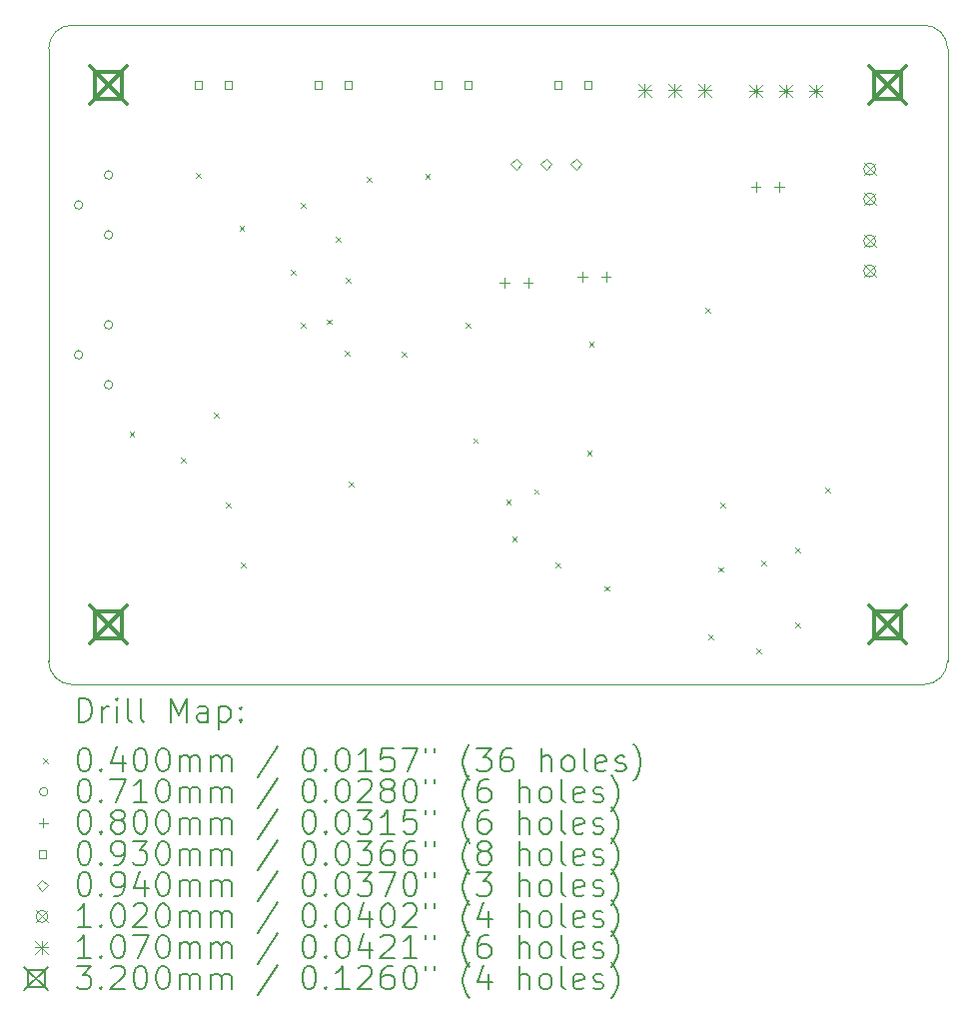
<source format=gbr>
%TF.GenerationSoftware,KiCad,Pcbnew,8.0.2*%
%TF.CreationDate,2024-06-16T16:42:39+02:00*%
%TF.ProjectId,bspdv3,62737064-7633-42e6-9b69-6361645f7063,rev?*%
%TF.SameCoordinates,Original*%
%TF.FileFunction,Drillmap*%
%TF.FilePolarity,Positive*%
%FSLAX45Y45*%
G04 Gerber Fmt 4.5, Leading zero omitted, Abs format (unit mm)*
G04 Created by KiCad (PCBNEW 8.0.2) date 2024-06-16 16:42:39*
%MOMM*%
%LPD*%
G01*
G04 APERTURE LIST*
%ADD10C,0.100000*%
%ADD11C,0.200000*%
%ADD12C,0.102000*%
%ADD13C,0.107000*%
%ADD14C,0.320000*%
G04 APERTURE END LIST*
D10*
X1778000Y-1724000D02*
G75*
G02*
X1978000Y-1524000I200000J0D01*
G01*
X1978000Y-7112000D02*
G75*
G02*
X1778000Y-6912000I0J200000D01*
G01*
X9198000Y-1524000D02*
G75*
G02*
X9398000Y-1724000I0J-200000D01*
G01*
X9398000Y-1724000D02*
X9398000Y-6912000D01*
X1778000Y-6912000D02*
X1778000Y-1724000D01*
X9398000Y-6912000D02*
G75*
G02*
X9198000Y-7112000I-200000J0D01*
G01*
X1978000Y-1524000D02*
X9198000Y-1524000D01*
X9198000Y-7112000D02*
X1978000Y-7112000D01*
D11*
D10*
X2464670Y-4969790D02*
X2504670Y-5009790D01*
X2504670Y-4969790D02*
X2464670Y-5009790D01*
X2901000Y-5187000D02*
X2941000Y-5227000D01*
X2941000Y-5187000D02*
X2901000Y-5227000D01*
X3028000Y-2774000D02*
X3068000Y-2814000D01*
X3068000Y-2774000D02*
X3028000Y-2814000D01*
X3180400Y-4806000D02*
X3220400Y-4846000D01*
X3220400Y-4806000D02*
X3180400Y-4846000D01*
X3282000Y-5568000D02*
X3322000Y-5608000D01*
X3322000Y-5568000D02*
X3282000Y-5608000D01*
X3396700Y-3228450D02*
X3436700Y-3268450D01*
X3436700Y-3228450D02*
X3396700Y-3268450D01*
X3409000Y-6076000D02*
X3449000Y-6116000D01*
X3449000Y-6076000D02*
X3409000Y-6116000D01*
X3829270Y-3600120D02*
X3869270Y-3640120D01*
X3869270Y-3600120D02*
X3829270Y-3640120D01*
X3917000Y-3028000D02*
X3957000Y-3068000D01*
X3957000Y-3028000D02*
X3917000Y-3068000D01*
X3917000Y-4044000D02*
X3957000Y-4084000D01*
X3957000Y-4044000D02*
X3917000Y-4084000D01*
X4138920Y-4018010D02*
X4178920Y-4058010D01*
X4178920Y-4018010D02*
X4138920Y-4058010D01*
X4210860Y-3320060D02*
X4250860Y-3360060D01*
X4250860Y-3320060D02*
X4210860Y-3360060D01*
X4286710Y-4283280D02*
X4326710Y-4323280D01*
X4326710Y-4283280D02*
X4286710Y-4323280D01*
X4298000Y-3663000D02*
X4338000Y-3703000D01*
X4338000Y-3663000D02*
X4298000Y-3703000D01*
X4321390Y-5390710D02*
X4361390Y-5430710D01*
X4361390Y-5390710D02*
X4321390Y-5430710D01*
X4473240Y-2813510D02*
X4513240Y-2853510D01*
X4513240Y-2813510D02*
X4473240Y-2853510D01*
X4770620Y-4294310D02*
X4810620Y-4334310D01*
X4810620Y-4294310D02*
X4770620Y-4334310D01*
X4971750Y-2783750D02*
X5011750Y-2823750D01*
X5011750Y-2783750D02*
X4971750Y-2823750D01*
X5314000Y-4044000D02*
X5354000Y-4084000D01*
X5354000Y-4044000D02*
X5314000Y-4084000D01*
X5375930Y-5025120D02*
X5415930Y-5065120D01*
X5415930Y-5025120D02*
X5375930Y-5065120D01*
X5657330Y-5544500D02*
X5697330Y-5584500D01*
X5697330Y-5544500D02*
X5657330Y-5584500D01*
X5707760Y-5858410D02*
X5747760Y-5898410D01*
X5747760Y-5858410D02*
X5707760Y-5898410D01*
X5892910Y-5455950D02*
X5932910Y-5495950D01*
X5932910Y-5455950D02*
X5892910Y-5495950D01*
X6076000Y-6076000D02*
X6116000Y-6116000D01*
X6116000Y-6076000D02*
X6076000Y-6116000D01*
X6341170Y-5129660D02*
X6381170Y-5169660D01*
X6381170Y-5129660D02*
X6341170Y-5169660D01*
X6358550Y-4210160D02*
X6398550Y-4250160D01*
X6398550Y-4210160D02*
X6358550Y-4250160D01*
X6487480Y-6278530D02*
X6527480Y-6318530D01*
X6527480Y-6278530D02*
X6487480Y-6318530D01*
X7346000Y-3917000D02*
X7386000Y-3957000D01*
X7386000Y-3917000D02*
X7346000Y-3957000D01*
X7373330Y-6689760D02*
X7413330Y-6729760D01*
X7413330Y-6689760D02*
X7373330Y-6729760D01*
X7456350Y-6117510D02*
X7496350Y-6157510D01*
X7496350Y-6117510D02*
X7456350Y-6157510D01*
X7473000Y-5568000D02*
X7513000Y-5608000D01*
X7513000Y-5568000D02*
X7473000Y-5608000D01*
X7777530Y-6806560D02*
X7817530Y-6846560D01*
X7817530Y-6806560D02*
X7777530Y-6846560D01*
X7817640Y-6058990D02*
X7857640Y-6098990D01*
X7857640Y-6058990D02*
X7817640Y-6098990D01*
X8108000Y-5949000D02*
X8148000Y-5989000D01*
X8148000Y-5949000D02*
X8108000Y-5989000D01*
X8108000Y-6584000D02*
X8148000Y-6624000D01*
X8148000Y-6584000D02*
X8108000Y-6624000D01*
X8362000Y-5441000D02*
X8402000Y-5481000D01*
X8402000Y-5441000D02*
X8362000Y-5481000D01*
X2067500Y-3048000D02*
G75*
G02*
X1996500Y-3048000I-35500J0D01*
G01*
X1996500Y-3048000D02*
G75*
G02*
X2067500Y-3048000I35500J0D01*
G01*
X2067500Y-4318000D02*
G75*
G02*
X1996500Y-4318000I-35500J0D01*
G01*
X1996500Y-4318000D02*
G75*
G02*
X2067500Y-4318000I35500J0D01*
G01*
X2321500Y-2794000D02*
G75*
G02*
X2250500Y-2794000I-35500J0D01*
G01*
X2250500Y-2794000D02*
G75*
G02*
X2321500Y-2794000I35500J0D01*
G01*
X2321500Y-3302000D02*
G75*
G02*
X2250500Y-3302000I-35500J0D01*
G01*
X2250500Y-3302000D02*
G75*
G02*
X2321500Y-3302000I35500J0D01*
G01*
X2321500Y-4064000D02*
G75*
G02*
X2250500Y-4064000I-35500J0D01*
G01*
X2250500Y-4064000D02*
G75*
G02*
X2321500Y-4064000I35500J0D01*
G01*
X2321500Y-4572000D02*
G75*
G02*
X2250500Y-4572000I-35500J0D01*
G01*
X2250500Y-4572000D02*
G75*
G02*
X2321500Y-4572000I35500J0D01*
G01*
X5642000Y-3668400D02*
X5642000Y-3748400D01*
X5602000Y-3708400D02*
X5682000Y-3708400D01*
X5842000Y-3668400D02*
X5842000Y-3748400D01*
X5802000Y-3708400D02*
X5882000Y-3708400D01*
X6302400Y-3617600D02*
X6302400Y-3697600D01*
X6262400Y-3657600D02*
X6342400Y-3657600D01*
X6502400Y-3617600D02*
X6502400Y-3697600D01*
X6462400Y-3657600D02*
X6542400Y-3657600D01*
X7772400Y-2855600D02*
X7772400Y-2935600D01*
X7732400Y-2895600D02*
X7812400Y-2895600D01*
X7972400Y-2855600D02*
X7972400Y-2935600D01*
X7932400Y-2895600D02*
X8012400Y-2895600D01*
X3080881Y-2064881D02*
X3080881Y-1999119D01*
X3015119Y-1999119D01*
X3015119Y-2064881D01*
X3080881Y-2064881D01*
X3334881Y-2064881D02*
X3334881Y-1999119D01*
X3269119Y-1999119D01*
X3269119Y-2064881D01*
X3334881Y-2064881D01*
X4096881Y-2064881D02*
X4096881Y-1999119D01*
X4031119Y-1999119D01*
X4031119Y-2064881D01*
X4096881Y-2064881D01*
X4350881Y-2064881D02*
X4350881Y-1999119D01*
X4285119Y-1999119D01*
X4285119Y-2064881D01*
X4350881Y-2064881D01*
X5112881Y-2064881D02*
X5112881Y-1999119D01*
X5047119Y-1999119D01*
X5047119Y-2064881D01*
X5112881Y-2064881D01*
X5366881Y-2064881D02*
X5366881Y-1999119D01*
X5301119Y-1999119D01*
X5301119Y-2064881D01*
X5366881Y-2064881D01*
X6128881Y-2064881D02*
X6128881Y-1999119D01*
X6063119Y-1999119D01*
X6063119Y-2064881D01*
X6128881Y-2064881D01*
X6382881Y-2064881D02*
X6382881Y-1999119D01*
X6317119Y-1999119D01*
X6317119Y-2064881D01*
X6382881Y-2064881D01*
X5740400Y-2749400D02*
X5787400Y-2702400D01*
X5740400Y-2655400D01*
X5693400Y-2702400D01*
X5740400Y-2749400D01*
X5994400Y-2749400D02*
X6041400Y-2702400D01*
X5994400Y-2655400D01*
X5947400Y-2702400D01*
X5994400Y-2749400D01*
X6248400Y-2749400D02*
X6295400Y-2702400D01*
X6248400Y-2655400D01*
X6201400Y-2702400D01*
X6248400Y-2749400D01*
D12*
X8686600Y-2692200D02*
X8788600Y-2794200D01*
X8788600Y-2692200D02*
X8686600Y-2794200D01*
X8788600Y-2743200D02*
G75*
G02*
X8686600Y-2743200I-51000J0D01*
G01*
X8686600Y-2743200D02*
G75*
G02*
X8788600Y-2743200I51000J0D01*
G01*
X8686600Y-2946200D02*
X8788600Y-3048200D01*
X8788600Y-2946200D02*
X8686600Y-3048200D01*
X8788600Y-2997200D02*
G75*
G02*
X8686600Y-2997200I-51000J0D01*
G01*
X8686600Y-2997200D02*
G75*
G02*
X8788600Y-2997200I51000J0D01*
G01*
X8686600Y-3301800D02*
X8788600Y-3403800D01*
X8788600Y-3301800D02*
X8686600Y-3403800D01*
X8788600Y-3352800D02*
G75*
G02*
X8686600Y-3352800I-51000J0D01*
G01*
X8686600Y-3352800D02*
G75*
G02*
X8788600Y-3352800I51000J0D01*
G01*
X8686600Y-3555800D02*
X8788600Y-3657800D01*
X8788600Y-3555800D02*
X8686600Y-3657800D01*
X8788600Y-3606800D02*
G75*
G02*
X8686600Y-3606800I-51000J0D01*
G01*
X8686600Y-3606800D02*
G75*
G02*
X8788600Y-3606800I51000J0D01*
G01*
D13*
X6778200Y-2021800D02*
X6885200Y-2128800D01*
X6885200Y-2021800D02*
X6778200Y-2128800D01*
X6831700Y-2021800D02*
X6831700Y-2128800D01*
X6778200Y-2075300D02*
X6885200Y-2075300D01*
X7032200Y-2021800D02*
X7139200Y-2128800D01*
X7139200Y-2021800D02*
X7032200Y-2128800D01*
X7085700Y-2021800D02*
X7085700Y-2128800D01*
X7032200Y-2075300D02*
X7139200Y-2075300D01*
X7286200Y-2021800D02*
X7393200Y-2128800D01*
X7393200Y-2021800D02*
X7286200Y-2128800D01*
X7339700Y-2021800D02*
X7339700Y-2128800D01*
X7286200Y-2075300D02*
X7393200Y-2075300D01*
X7718900Y-2029300D02*
X7825900Y-2136300D01*
X7825900Y-2029300D02*
X7718900Y-2136300D01*
X7772400Y-2029300D02*
X7772400Y-2136300D01*
X7718900Y-2082800D02*
X7825900Y-2082800D01*
X7972900Y-2029300D02*
X8079900Y-2136300D01*
X8079900Y-2029300D02*
X7972900Y-2136300D01*
X8026400Y-2029300D02*
X8026400Y-2136300D01*
X7972900Y-2082800D02*
X8079900Y-2082800D01*
X8226900Y-2029300D02*
X8333900Y-2136300D01*
X8333900Y-2029300D02*
X8226900Y-2136300D01*
X8280400Y-2029300D02*
X8280400Y-2136300D01*
X8226900Y-2082800D02*
X8333900Y-2082800D01*
D14*
X2126000Y-1872000D02*
X2446000Y-2192000D01*
X2446000Y-1872000D02*
X2126000Y-2192000D01*
X2399138Y-2145138D02*
X2399138Y-1918862D01*
X2172862Y-1918862D01*
X2172862Y-2145138D01*
X2399138Y-2145138D01*
X2126000Y-6444000D02*
X2446000Y-6764000D01*
X2446000Y-6444000D02*
X2126000Y-6764000D01*
X2399138Y-6717138D02*
X2399138Y-6490862D01*
X2172862Y-6490862D01*
X2172862Y-6717138D01*
X2399138Y-6717138D01*
X8730000Y-1872000D02*
X9050000Y-2192000D01*
X9050000Y-1872000D02*
X8730000Y-2192000D01*
X9003138Y-2145138D02*
X9003138Y-1918862D01*
X8776862Y-1918862D01*
X8776862Y-2145138D01*
X9003138Y-2145138D01*
X8730000Y-6444000D02*
X9050000Y-6764000D01*
X9050000Y-6444000D02*
X8730000Y-6764000D01*
X9003138Y-6717138D02*
X9003138Y-6490862D01*
X8776862Y-6490862D01*
X8776862Y-6717138D01*
X9003138Y-6717138D01*
D11*
X2033777Y-7428484D02*
X2033777Y-7228484D01*
X2033777Y-7228484D02*
X2081396Y-7228484D01*
X2081396Y-7228484D02*
X2109967Y-7238008D01*
X2109967Y-7238008D02*
X2129015Y-7257055D01*
X2129015Y-7257055D02*
X2138539Y-7276103D01*
X2138539Y-7276103D02*
X2148063Y-7314198D01*
X2148063Y-7314198D02*
X2148063Y-7342769D01*
X2148063Y-7342769D02*
X2138539Y-7380865D01*
X2138539Y-7380865D02*
X2129015Y-7399912D01*
X2129015Y-7399912D02*
X2109967Y-7418960D01*
X2109967Y-7418960D02*
X2081396Y-7428484D01*
X2081396Y-7428484D02*
X2033777Y-7428484D01*
X2233777Y-7428484D02*
X2233777Y-7295150D01*
X2233777Y-7333246D02*
X2243301Y-7314198D01*
X2243301Y-7314198D02*
X2252824Y-7304674D01*
X2252824Y-7304674D02*
X2271872Y-7295150D01*
X2271872Y-7295150D02*
X2290920Y-7295150D01*
X2357586Y-7428484D02*
X2357586Y-7295150D01*
X2357586Y-7228484D02*
X2348063Y-7238008D01*
X2348063Y-7238008D02*
X2357586Y-7247531D01*
X2357586Y-7247531D02*
X2367110Y-7238008D01*
X2367110Y-7238008D02*
X2357586Y-7228484D01*
X2357586Y-7228484D02*
X2357586Y-7247531D01*
X2481396Y-7428484D02*
X2462348Y-7418960D01*
X2462348Y-7418960D02*
X2452824Y-7399912D01*
X2452824Y-7399912D02*
X2452824Y-7228484D01*
X2586158Y-7428484D02*
X2567110Y-7418960D01*
X2567110Y-7418960D02*
X2557586Y-7399912D01*
X2557586Y-7399912D02*
X2557586Y-7228484D01*
X2814729Y-7428484D02*
X2814729Y-7228484D01*
X2814729Y-7228484D02*
X2881396Y-7371341D01*
X2881396Y-7371341D02*
X2948062Y-7228484D01*
X2948062Y-7228484D02*
X2948062Y-7428484D01*
X3129015Y-7428484D02*
X3129015Y-7323722D01*
X3129015Y-7323722D02*
X3119491Y-7304674D01*
X3119491Y-7304674D02*
X3100443Y-7295150D01*
X3100443Y-7295150D02*
X3062348Y-7295150D01*
X3062348Y-7295150D02*
X3043301Y-7304674D01*
X3129015Y-7418960D02*
X3109967Y-7428484D01*
X3109967Y-7428484D02*
X3062348Y-7428484D01*
X3062348Y-7428484D02*
X3043301Y-7418960D01*
X3043301Y-7418960D02*
X3033777Y-7399912D01*
X3033777Y-7399912D02*
X3033777Y-7380865D01*
X3033777Y-7380865D02*
X3043301Y-7361817D01*
X3043301Y-7361817D02*
X3062348Y-7352293D01*
X3062348Y-7352293D02*
X3109967Y-7352293D01*
X3109967Y-7352293D02*
X3129015Y-7342769D01*
X3224253Y-7295150D02*
X3224253Y-7495150D01*
X3224253Y-7304674D02*
X3243301Y-7295150D01*
X3243301Y-7295150D02*
X3281396Y-7295150D01*
X3281396Y-7295150D02*
X3300443Y-7304674D01*
X3300443Y-7304674D02*
X3309967Y-7314198D01*
X3309967Y-7314198D02*
X3319491Y-7333246D01*
X3319491Y-7333246D02*
X3319491Y-7390388D01*
X3319491Y-7390388D02*
X3309967Y-7409436D01*
X3309967Y-7409436D02*
X3300443Y-7418960D01*
X3300443Y-7418960D02*
X3281396Y-7428484D01*
X3281396Y-7428484D02*
X3243301Y-7428484D01*
X3243301Y-7428484D02*
X3224253Y-7418960D01*
X3405205Y-7409436D02*
X3414729Y-7418960D01*
X3414729Y-7418960D02*
X3405205Y-7428484D01*
X3405205Y-7428484D02*
X3395682Y-7418960D01*
X3395682Y-7418960D02*
X3405205Y-7409436D01*
X3405205Y-7409436D02*
X3405205Y-7428484D01*
X3405205Y-7304674D02*
X3414729Y-7314198D01*
X3414729Y-7314198D02*
X3405205Y-7323722D01*
X3405205Y-7323722D02*
X3395682Y-7314198D01*
X3395682Y-7314198D02*
X3405205Y-7304674D01*
X3405205Y-7304674D02*
X3405205Y-7323722D01*
D10*
X1733000Y-7737000D02*
X1773000Y-7777000D01*
X1773000Y-7737000D02*
X1733000Y-7777000D01*
D11*
X2071872Y-7648484D02*
X2090920Y-7648484D01*
X2090920Y-7648484D02*
X2109967Y-7658008D01*
X2109967Y-7658008D02*
X2119491Y-7667531D01*
X2119491Y-7667531D02*
X2129015Y-7686579D01*
X2129015Y-7686579D02*
X2138539Y-7724674D01*
X2138539Y-7724674D02*
X2138539Y-7772293D01*
X2138539Y-7772293D02*
X2129015Y-7810388D01*
X2129015Y-7810388D02*
X2119491Y-7829436D01*
X2119491Y-7829436D02*
X2109967Y-7838960D01*
X2109967Y-7838960D02*
X2090920Y-7848484D01*
X2090920Y-7848484D02*
X2071872Y-7848484D01*
X2071872Y-7848484D02*
X2052824Y-7838960D01*
X2052824Y-7838960D02*
X2043301Y-7829436D01*
X2043301Y-7829436D02*
X2033777Y-7810388D01*
X2033777Y-7810388D02*
X2024253Y-7772293D01*
X2024253Y-7772293D02*
X2024253Y-7724674D01*
X2024253Y-7724674D02*
X2033777Y-7686579D01*
X2033777Y-7686579D02*
X2043301Y-7667531D01*
X2043301Y-7667531D02*
X2052824Y-7658008D01*
X2052824Y-7658008D02*
X2071872Y-7648484D01*
X2224253Y-7829436D02*
X2233777Y-7838960D01*
X2233777Y-7838960D02*
X2224253Y-7848484D01*
X2224253Y-7848484D02*
X2214729Y-7838960D01*
X2214729Y-7838960D02*
X2224253Y-7829436D01*
X2224253Y-7829436D02*
X2224253Y-7848484D01*
X2405205Y-7715150D02*
X2405205Y-7848484D01*
X2357586Y-7638960D02*
X2309967Y-7781817D01*
X2309967Y-7781817D02*
X2433777Y-7781817D01*
X2548063Y-7648484D02*
X2567110Y-7648484D01*
X2567110Y-7648484D02*
X2586158Y-7658008D01*
X2586158Y-7658008D02*
X2595682Y-7667531D01*
X2595682Y-7667531D02*
X2605205Y-7686579D01*
X2605205Y-7686579D02*
X2614729Y-7724674D01*
X2614729Y-7724674D02*
X2614729Y-7772293D01*
X2614729Y-7772293D02*
X2605205Y-7810388D01*
X2605205Y-7810388D02*
X2595682Y-7829436D01*
X2595682Y-7829436D02*
X2586158Y-7838960D01*
X2586158Y-7838960D02*
X2567110Y-7848484D01*
X2567110Y-7848484D02*
X2548063Y-7848484D01*
X2548063Y-7848484D02*
X2529015Y-7838960D01*
X2529015Y-7838960D02*
X2519491Y-7829436D01*
X2519491Y-7829436D02*
X2509967Y-7810388D01*
X2509967Y-7810388D02*
X2500444Y-7772293D01*
X2500444Y-7772293D02*
X2500444Y-7724674D01*
X2500444Y-7724674D02*
X2509967Y-7686579D01*
X2509967Y-7686579D02*
X2519491Y-7667531D01*
X2519491Y-7667531D02*
X2529015Y-7658008D01*
X2529015Y-7658008D02*
X2548063Y-7648484D01*
X2738539Y-7648484D02*
X2757586Y-7648484D01*
X2757586Y-7648484D02*
X2776634Y-7658008D01*
X2776634Y-7658008D02*
X2786158Y-7667531D01*
X2786158Y-7667531D02*
X2795682Y-7686579D01*
X2795682Y-7686579D02*
X2805205Y-7724674D01*
X2805205Y-7724674D02*
X2805205Y-7772293D01*
X2805205Y-7772293D02*
X2795682Y-7810388D01*
X2795682Y-7810388D02*
X2786158Y-7829436D01*
X2786158Y-7829436D02*
X2776634Y-7838960D01*
X2776634Y-7838960D02*
X2757586Y-7848484D01*
X2757586Y-7848484D02*
X2738539Y-7848484D01*
X2738539Y-7848484D02*
X2719491Y-7838960D01*
X2719491Y-7838960D02*
X2709967Y-7829436D01*
X2709967Y-7829436D02*
X2700444Y-7810388D01*
X2700444Y-7810388D02*
X2690920Y-7772293D01*
X2690920Y-7772293D02*
X2690920Y-7724674D01*
X2690920Y-7724674D02*
X2700444Y-7686579D01*
X2700444Y-7686579D02*
X2709967Y-7667531D01*
X2709967Y-7667531D02*
X2719491Y-7658008D01*
X2719491Y-7658008D02*
X2738539Y-7648484D01*
X2890920Y-7848484D02*
X2890920Y-7715150D01*
X2890920Y-7734198D02*
X2900443Y-7724674D01*
X2900443Y-7724674D02*
X2919491Y-7715150D01*
X2919491Y-7715150D02*
X2948063Y-7715150D01*
X2948063Y-7715150D02*
X2967110Y-7724674D01*
X2967110Y-7724674D02*
X2976634Y-7743722D01*
X2976634Y-7743722D02*
X2976634Y-7848484D01*
X2976634Y-7743722D02*
X2986158Y-7724674D01*
X2986158Y-7724674D02*
X3005205Y-7715150D01*
X3005205Y-7715150D02*
X3033777Y-7715150D01*
X3033777Y-7715150D02*
X3052824Y-7724674D01*
X3052824Y-7724674D02*
X3062348Y-7743722D01*
X3062348Y-7743722D02*
X3062348Y-7848484D01*
X3157586Y-7848484D02*
X3157586Y-7715150D01*
X3157586Y-7734198D02*
X3167110Y-7724674D01*
X3167110Y-7724674D02*
X3186158Y-7715150D01*
X3186158Y-7715150D02*
X3214729Y-7715150D01*
X3214729Y-7715150D02*
X3233777Y-7724674D01*
X3233777Y-7724674D02*
X3243301Y-7743722D01*
X3243301Y-7743722D02*
X3243301Y-7848484D01*
X3243301Y-7743722D02*
X3252824Y-7724674D01*
X3252824Y-7724674D02*
X3271872Y-7715150D01*
X3271872Y-7715150D02*
X3300443Y-7715150D01*
X3300443Y-7715150D02*
X3319491Y-7724674D01*
X3319491Y-7724674D02*
X3329015Y-7743722D01*
X3329015Y-7743722D02*
X3329015Y-7848484D01*
X3719491Y-7638960D02*
X3548063Y-7896103D01*
X3976634Y-7648484D02*
X3995682Y-7648484D01*
X3995682Y-7648484D02*
X4014729Y-7658008D01*
X4014729Y-7658008D02*
X4024253Y-7667531D01*
X4024253Y-7667531D02*
X4033777Y-7686579D01*
X4033777Y-7686579D02*
X4043301Y-7724674D01*
X4043301Y-7724674D02*
X4043301Y-7772293D01*
X4043301Y-7772293D02*
X4033777Y-7810388D01*
X4033777Y-7810388D02*
X4024253Y-7829436D01*
X4024253Y-7829436D02*
X4014729Y-7838960D01*
X4014729Y-7838960D02*
X3995682Y-7848484D01*
X3995682Y-7848484D02*
X3976634Y-7848484D01*
X3976634Y-7848484D02*
X3957586Y-7838960D01*
X3957586Y-7838960D02*
X3948063Y-7829436D01*
X3948063Y-7829436D02*
X3938539Y-7810388D01*
X3938539Y-7810388D02*
X3929015Y-7772293D01*
X3929015Y-7772293D02*
X3929015Y-7724674D01*
X3929015Y-7724674D02*
X3938539Y-7686579D01*
X3938539Y-7686579D02*
X3948063Y-7667531D01*
X3948063Y-7667531D02*
X3957586Y-7658008D01*
X3957586Y-7658008D02*
X3976634Y-7648484D01*
X4129015Y-7829436D02*
X4138539Y-7838960D01*
X4138539Y-7838960D02*
X4129015Y-7848484D01*
X4129015Y-7848484D02*
X4119491Y-7838960D01*
X4119491Y-7838960D02*
X4129015Y-7829436D01*
X4129015Y-7829436D02*
X4129015Y-7848484D01*
X4262348Y-7648484D02*
X4281396Y-7648484D01*
X4281396Y-7648484D02*
X4300444Y-7658008D01*
X4300444Y-7658008D02*
X4309968Y-7667531D01*
X4309968Y-7667531D02*
X4319491Y-7686579D01*
X4319491Y-7686579D02*
X4329015Y-7724674D01*
X4329015Y-7724674D02*
X4329015Y-7772293D01*
X4329015Y-7772293D02*
X4319491Y-7810388D01*
X4319491Y-7810388D02*
X4309968Y-7829436D01*
X4309968Y-7829436D02*
X4300444Y-7838960D01*
X4300444Y-7838960D02*
X4281396Y-7848484D01*
X4281396Y-7848484D02*
X4262348Y-7848484D01*
X4262348Y-7848484D02*
X4243301Y-7838960D01*
X4243301Y-7838960D02*
X4233777Y-7829436D01*
X4233777Y-7829436D02*
X4224253Y-7810388D01*
X4224253Y-7810388D02*
X4214729Y-7772293D01*
X4214729Y-7772293D02*
X4214729Y-7724674D01*
X4214729Y-7724674D02*
X4224253Y-7686579D01*
X4224253Y-7686579D02*
X4233777Y-7667531D01*
X4233777Y-7667531D02*
X4243301Y-7658008D01*
X4243301Y-7658008D02*
X4262348Y-7648484D01*
X4519491Y-7848484D02*
X4405206Y-7848484D01*
X4462348Y-7848484D02*
X4462348Y-7648484D01*
X4462348Y-7648484D02*
X4443301Y-7677055D01*
X4443301Y-7677055D02*
X4424253Y-7696103D01*
X4424253Y-7696103D02*
X4405206Y-7705627D01*
X4700444Y-7648484D02*
X4605206Y-7648484D01*
X4605206Y-7648484D02*
X4595682Y-7743722D01*
X4595682Y-7743722D02*
X4605206Y-7734198D01*
X4605206Y-7734198D02*
X4624253Y-7724674D01*
X4624253Y-7724674D02*
X4671872Y-7724674D01*
X4671872Y-7724674D02*
X4690920Y-7734198D01*
X4690920Y-7734198D02*
X4700444Y-7743722D01*
X4700444Y-7743722D02*
X4709968Y-7762769D01*
X4709968Y-7762769D02*
X4709968Y-7810388D01*
X4709968Y-7810388D02*
X4700444Y-7829436D01*
X4700444Y-7829436D02*
X4690920Y-7838960D01*
X4690920Y-7838960D02*
X4671872Y-7848484D01*
X4671872Y-7848484D02*
X4624253Y-7848484D01*
X4624253Y-7848484D02*
X4605206Y-7838960D01*
X4605206Y-7838960D02*
X4595682Y-7829436D01*
X4776634Y-7648484D02*
X4909968Y-7648484D01*
X4909968Y-7648484D02*
X4824253Y-7848484D01*
X4976634Y-7648484D02*
X4976634Y-7686579D01*
X5052825Y-7648484D02*
X5052825Y-7686579D01*
X5348063Y-7924674D02*
X5338539Y-7915150D01*
X5338539Y-7915150D02*
X5319491Y-7886579D01*
X5319491Y-7886579D02*
X5309968Y-7867531D01*
X5309968Y-7867531D02*
X5300444Y-7838960D01*
X5300444Y-7838960D02*
X5290920Y-7791341D01*
X5290920Y-7791341D02*
X5290920Y-7753246D01*
X5290920Y-7753246D02*
X5300444Y-7705627D01*
X5300444Y-7705627D02*
X5309968Y-7677055D01*
X5309968Y-7677055D02*
X5319491Y-7658008D01*
X5319491Y-7658008D02*
X5338539Y-7629436D01*
X5338539Y-7629436D02*
X5348063Y-7619912D01*
X5405206Y-7648484D02*
X5529015Y-7648484D01*
X5529015Y-7648484D02*
X5462349Y-7724674D01*
X5462349Y-7724674D02*
X5490920Y-7724674D01*
X5490920Y-7724674D02*
X5509968Y-7734198D01*
X5509968Y-7734198D02*
X5519491Y-7743722D01*
X5519491Y-7743722D02*
X5529015Y-7762769D01*
X5529015Y-7762769D02*
X5529015Y-7810388D01*
X5529015Y-7810388D02*
X5519491Y-7829436D01*
X5519491Y-7829436D02*
X5509968Y-7838960D01*
X5509968Y-7838960D02*
X5490920Y-7848484D01*
X5490920Y-7848484D02*
X5433777Y-7848484D01*
X5433777Y-7848484D02*
X5414730Y-7838960D01*
X5414730Y-7838960D02*
X5405206Y-7829436D01*
X5700444Y-7648484D02*
X5662348Y-7648484D01*
X5662348Y-7648484D02*
X5643301Y-7658008D01*
X5643301Y-7658008D02*
X5633777Y-7667531D01*
X5633777Y-7667531D02*
X5614729Y-7696103D01*
X5614729Y-7696103D02*
X5605206Y-7734198D01*
X5605206Y-7734198D02*
X5605206Y-7810388D01*
X5605206Y-7810388D02*
X5614729Y-7829436D01*
X5614729Y-7829436D02*
X5624253Y-7838960D01*
X5624253Y-7838960D02*
X5643301Y-7848484D01*
X5643301Y-7848484D02*
X5681396Y-7848484D01*
X5681396Y-7848484D02*
X5700444Y-7838960D01*
X5700444Y-7838960D02*
X5709968Y-7829436D01*
X5709968Y-7829436D02*
X5719491Y-7810388D01*
X5719491Y-7810388D02*
X5719491Y-7762769D01*
X5719491Y-7762769D02*
X5709968Y-7743722D01*
X5709968Y-7743722D02*
X5700444Y-7734198D01*
X5700444Y-7734198D02*
X5681396Y-7724674D01*
X5681396Y-7724674D02*
X5643301Y-7724674D01*
X5643301Y-7724674D02*
X5624253Y-7734198D01*
X5624253Y-7734198D02*
X5614729Y-7743722D01*
X5614729Y-7743722D02*
X5605206Y-7762769D01*
X5957587Y-7848484D02*
X5957587Y-7648484D01*
X6043301Y-7848484D02*
X6043301Y-7743722D01*
X6043301Y-7743722D02*
X6033777Y-7724674D01*
X6033777Y-7724674D02*
X6014730Y-7715150D01*
X6014730Y-7715150D02*
X5986158Y-7715150D01*
X5986158Y-7715150D02*
X5967110Y-7724674D01*
X5967110Y-7724674D02*
X5957587Y-7734198D01*
X6167110Y-7848484D02*
X6148063Y-7838960D01*
X6148063Y-7838960D02*
X6138539Y-7829436D01*
X6138539Y-7829436D02*
X6129015Y-7810388D01*
X6129015Y-7810388D02*
X6129015Y-7753246D01*
X6129015Y-7753246D02*
X6138539Y-7734198D01*
X6138539Y-7734198D02*
X6148063Y-7724674D01*
X6148063Y-7724674D02*
X6167110Y-7715150D01*
X6167110Y-7715150D02*
X6195682Y-7715150D01*
X6195682Y-7715150D02*
X6214730Y-7724674D01*
X6214730Y-7724674D02*
X6224253Y-7734198D01*
X6224253Y-7734198D02*
X6233777Y-7753246D01*
X6233777Y-7753246D02*
X6233777Y-7810388D01*
X6233777Y-7810388D02*
X6224253Y-7829436D01*
X6224253Y-7829436D02*
X6214730Y-7838960D01*
X6214730Y-7838960D02*
X6195682Y-7848484D01*
X6195682Y-7848484D02*
X6167110Y-7848484D01*
X6348063Y-7848484D02*
X6329015Y-7838960D01*
X6329015Y-7838960D02*
X6319491Y-7819912D01*
X6319491Y-7819912D02*
X6319491Y-7648484D01*
X6500444Y-7838960D02*
X6481396Y-7848484D01*
X6481396Y-7848484D02*
X6443301Y-7848484D01*
X6443301Y-7848484D02*
X6424253Y-7838960D01*
X6424253Y-7838960D02*
X6414730Y-7819912D01*
X6414730Y-7819912D02*
X6414730Y-7743722D01*
X6414730Y-7743722D02*
X6424253Y-7724674D01*
X6424253Y-7724674D02*
X6443301Y-7715150D01*
X6443301Y-7715150D02*
X6481396Y-7715150D01*
X6481396Y-7715150D02*
X6500444Y-7724674D01*
X6500444Y-7724674D02*
X6509968Y-7743722D01*
X6509968Y-7743722D02*
X6509968Y-7762769D01*
X6509968Y-7762769D02*
X6414730Y-7781817D01*
X6586158Y-7838960D02*
X6605206Y-7848484D01*
X6605206Y-7848484D02*
X6643301Y-7848484D01*
X6643301Y-7848484D02*
X6662349Y-7838960D01*
X6662349Y-7838960D02*
X6671872Y-7819912D01*
X6671872Y-7819912D02*
X6671872Y-7810388D01*
X6671872Y-7810388D02*
X6662349Y-7791341D01*
X6662349Y-7791341D02*
X6643301Y-7781817D01*
X6643301Y-7781817D02*
X6614730Y-7781817D01*
X6614730Y-7781817D02*
X6595682Y-7772293D01*
X6595682Y-7772293D02*
X6586158Y-7753246D01*
X6586158Y-7753246D02*
X6586158Y-7743722D01*
X6586158Y-7743722D02*
X6595682Y-7724674D01*
X6595682Y-7724674D02*
X6614730Y-7715150D01*
X6614730Y-7715150D02*
X6643301Y-7715150D01*
X6643301Y-7715150D02*
X6662349Y-7724674D01*
X6738539Y-7924674D02*
X6748063Y-7915150D01*
X6748063Y-7915150D02*
X6767111Y-7886579D01*
X6767111Y-7886579D02*
X6776634Y-7867531D01*
X6776634Y-7867531D02*
X6786158Y-7838960D01*
X6786158Y-7838960D02*
X6795682Y-7791341D01*
X6795682Y-7791341D02*
X6795682Y-7753246D01*
X6795682Y-7753246D02*
X6786158Y-7705627D01*
X6786158Y-7705627D02*
X6776634Y-7677055D01*
X6776634Y-7677055D02*
X6767111Y-7658008D01*
X6767111Y-7658008D02*
X6748063Y-7629436D01*
X6748063Y-7629436D02*
X6738539Y-7619912D01*
D10*
X1773000Y-8021000D02*
G75*
G02*
X1702000Y-8021000I-35500J0D01*
G01*
X1702000Y-8021000D02*
G75*
G02*
X1773000Y-8021000I35500J0D01*
G01*
D11*
X2071872Y-7912484D02*
X2090920Y-7912484D01*
X2090920Y-7912484D02*
X2109967Y-7922008D01*
X2109967Y-7922008D02*
X2119491Y-7931531D01*
X2119491Y-7931531D02*
X2129015Y-7950579D01*
X2129015Y-7950579D02*
X2138539Y-7988674D01*
X2138539Y-7988674D02*
X2138539Y-8036293D01*
X2138539Y-8036293D02*
X2129015Y-8074388D01*
X2129015Y-8074388D02*
X2119491Y-8093436D01*
X2119491Y-8093436D02*
X2109967Y-8102960D01*
X2109967Y-8102960D02*
X2090920Y-8112484D01*
X2090920Y-8112484D02*
X2071872Y-8112484D01*
X2071872Y-8112484D02*
X2052824Y-8102960D01*
X2052824Y-8102960D02*
X2043301Y-8093436D01*
X2043301Y-8093436D02*
X2033777Y-8074388D01*
X2033777Y-8074388D02*
X2024253Y-8036293D01*
X2024253Y-8036293D02*
X2024253Y-7988674D01*
X2024253Y-7988674D02*
X2033777Y-7950579D01*
X2033777Y-7950579D02*
X2043301Y-7931531D01*
X2043301Y-7931531D02*
X2052824Y-7922008D01*
X2052824Y-7922008D02*
X2071872Y-7912484D01*
X2224253Y-8093436D02*
X2233777Y-8102960D01*
X2233777Y-8102960D02*
X2224253Y-8112484D01*
X2224253Y-8112484D02*
X2214729Y-8102960D01*
X2214729Y-8102960D02*
X2224253Y-8093436D01*
X2224253Y-8093436D02*
X2224253Y-8112484D01*
X2300444Y-7912484D02*
X2433777Y-7912484D01*
X2433777Y-7912484D02*
X2348063Y-8112484D01*
X2614729Y-8112484D02*
X2500444Y-8112484D01*
X2557586Y-8112484D02*
X2557586Y-7912484D01*
X2557586Y-7912484D02*
X2538539Y-7941055D01*
X2538539Y-7941055D02*
X2519491Y-7960103D01*
X2519491Y-7960103D02*
X2500444Y-7969627D01*
X2738539Y-7912484D02*
X2757586Y-7912484D01*
X2757586Y-7912484D02*
X2776634Y-7922008D01*
X2776634Y-7922008D02*
X2786158Y-7931531D01*
X2786158Y-7931531D02*
X2795682Y-7950579D01*
X2795682Y-7950579D02*
X2805205Y-7988674D01*
X2805205Y-7988674D02*
X2805205Y-8036293D01*
X2805205Y-8036293D02*
X2795682Y-8074388D01*
X2795682Y-8074388D02*
X2786158Y-8093436D01*
X2786158Y-8093436D02*
X2776634Y-8102960D01*
X2776634Y-8102960D02*
X2757586Y-8112484D01*
X2757586Y-8112484D02*
X2738539Y-8112484D01*
X2738539Y-8112484D02*
X2719491Y-8102960D01*
X2719491Y-8102960D02*
X2709967Y-8093436D01*
X2709967Y-8093436D02*
X2700444Y-8074388D01*
X2700444Y-8074388D02*
X2690920Y-8036293D01*
X2690920Y-8036293D02*
X2690920Y-7988674D01*
X2690920Y-7988674D02*
X2700444Y-7950579D01*
X2700444Y-7950579D02*
X2709967Y-7931531D01*
X2709967Y-7931531D02*
X2719491Y-7922008D01*
X2719491Y-7922008D02*
X2738539Y-7912484D01*
X2890920Y-8112484D02*
X2890920Y-7979150D01*
X2890920Y-7998198D02*
X2900443Y-7988674D01*
X2900443Y-7988674D02*
X2919491Y-7979150D01*
X2919491Y-7979150D02*
X2948063Y-7979150D01*
X2948063Y-7979150D02*
X2967110Y-7988674D01*
X2967110Y-7988674D02*
X2976634Y-8007722D01*
X2976634Y-8007722D02*
X2976634Y-8112484D01*
X2976634Y-8007722D02*
X2986158Y-7988674D01*
X2986158Y-7988674D02*
X3005205Y-7979150D01*
X3005205Y-7979150D02*
X3033777Y-7979150D01*
X3033777Y-7979150D02*
X3052824Y-7988674D01*
X3052824Y-7988674D02*
X3062348Y-8007722D01*
X3062348Y-8007722D02*
X3062348Y-8112484D01*
X3157586Y-8112484D02*
X3157586Y-7979150D01*
X3157586Y-7998198D02*
X3167110Y-7988674D01*
X3167110Y-7988674D02*
X3186158Y-7979150D01*
X3186158Y-7979150D02*
X3214729Y-7979150D01*
X3214729Y-7979150D02*
X3233777Y-7988674D01*
X3233777Y-7988674D02*
X3243301Y-8007722D01*
X3243301Y-8007722D02*
X3243301Y-8112484D01*
X3243301Y-8007722D02*
X3252824Y-7988674D01*
X3252824Y-7988674D02*
X3271872Y-7979150D01*
X3271872Y-7979150D02*
X3300443Y-7979150D01*
X3300443Y-7979150D02*
X3319491Y-7988674D01*
X3319491Y-7988674D02*
X3329015Y-8007722D01*
X3329015Y-8007722D02*
X3329015Y-8112484D01*
X3719491Y-7902960D02*
X3548063Y-8160103D01*
X3976634Y-7912484D02*
X3995682Y-7912484D01*
X3995682Y-7912484D02*
X4014729Y-7922008D01*
X4014729Y-7922008D02*
X4024253Y-7931531D01*
X4024253Y-7931531D02*
X4033777Y-7950579D01*
X4033777Y-7950579D02*
X4043301Y-7988674D01*
X4043301Y-7988674D02*
X4043301Y-8036293D01*
X4043301Y-8036293D02*
X4033777Y-8074388D01*
X4033777Y-8074388D02*
X4024253Y-8093436D01*
X4024253Y-8093436D02*
X4014729Y-8102960D01*
X4014729Y-8102960D02*
X3995682Y-8112484D01*
X3995682Y-8112484D02*
X3976634Y-8112484D01*
X3976634Y-8112484D02*
X3957586Y-8102960D01*
X3957586Y-8102960D02*
X3948063Y-8093436D01*
X3948063Y-8093436D02*
X3938539Y-8074388D01*
X3938539Y-8074388D02*
X3929015Y-8036293D01*
X3929015Y-8036293D02*
X3929015Y-7988674D01*
X3929015Y-7988674D02*
X3938539Y-7950579D01*
X3938539Y-7950579D02*
X3948063Y-7931531D01*
X3948063Y-7931531D02*
X3957586Y-7922008D01*
X3957586Y-7922008D02*
X3976634Y-7912484D01*
X4129015Y-8093436D02*
X4138539Y-8102960D01*
X4138539Y-8102960D02*
X4129015Y-8112484D01*
X4129015Y-8112484D02*
X4119491Y-8102960D01*
X4119491Y-8102960D02*
X4129015Y-8093436D01*
X4129015Y-8093436D02*
X4129015Y-8112484D01*
X4262348Y-7912484D02*
X4281396Y-7912484D01*
X4281396Y-7912484D02*
X4300444Y-7922008D01*
X4300444Y-7922008D02*
X4309968Y-7931531D01*
X4309968Y-7931531D02*
X4319491Y-7950579D01*
X4319491Y-7950579D02*
X4329015Y-7988674D01*
X4329015Y-7988674D02*
X4329015Y-8036293D01*
X4329015Y-8036293D02*
X4319491Y-8074388D01*
X4319491Y-8074388D02*
X4309968Y-8093436D01*
X4309968Y-8093436D02*
X4300444Y-8102960D01*
X4300444Y-8102960D02*
X4281396Y-8112484D01*
X4281396Y-8112484D02*
X4262348Y-8112484D01*
X4262348Y-8112484D02*
X4243301Y-8102960D01*
X4243301Y-8102960D02*
X4233777Y-8093436D01*
X4233777Y-8093436D02*
X4224253Y-8074388D01*
X4224253Y-8074388D02*
X4214729Y-8036293D01*
X4214729Y-8036293D02*
X4214729Y-7988674D01*
X4214729Y-7988674D02*
X4224253Y-7950579D01*
X4224253Y-7950579D02*
X4233777Y-7931531D01*
X4233777Y-7931531D02*
X4243301Y-7922008D01*
X4243301Y-7922008D02*
X4262348Y-7912484D01*
X4405206Y-7931531D02*
X4414729Y-7922008D01*
X4414729Y-7922008D02*
X4433777Y-7912484D01*
X4433777Y-7912484D02*
X4481396Y-7912484D01*
X4481396Y-7912484D02*
X4500444Y-7922008D01*
X4500444Y-7922008D02*
X4509968Y-7931531D01*
X4509968Y-7931531D02*
X4519491Y-7950579D01*
X4519491Y-7950579D02*
X4519491Y-7969627D01*
X4519491Y-7969627D02*
X4509968Y-7998198D01*
X4509968Y-7998198D02*
X4395682Y-8112484D01*
X4395682Y-8112484D02*
X4519491Y-8112484D01*
X4633777Y-7998198D02*
X4614729Y-7988674D01*
X4614729Y-7988674D02*
X4605206Y-7979150D01*
X4605206Y-7979150D02*
X4595682Y-7960103D01*
X4595682Y-7960103D02*
X4595682Y-7950579D01*
X4595682Y-7950579D02*
X4605206Y-7931531D01*
X4605206Y-7931531D02*
X4614729Y-7922008D01*
X4614729Y-7922008D02*
X4633777Y-7912484D01*
X4633777Y-7912484D02*
X4671872Y-7912484D01*
X4671872Y-7912484D02*
X4690920Y-7922008D01*
X4690920Y-7922008D02*
X4700444Y-7931531D01*
X4700444Y-7931531D02*
X4709968Y-7950579D01*
X4709968Y-7950579D02*
X4709968Y-7960103D01*
X4709968Y-7960103D02*
X4700444Y-7979150D01*
X4700444Y-7979150D02*
X4690920Y-7988674D01*
X4690920Y-7988674D02*
X4671872Y-7998198D01*
X4671872Y-7998198D02*
X4633777Y-7998198D01*
X4633777Y-7998198D02*
X4614729Y-8007722D01*
X4614729Y-8007722D02*
X4605206Y-8017246D01*
X4605206Y-8017246D02*
X4595682Y-8036293D01*
X4595682Y-8036293D02*
X4595682Y-8074388D01*
X4595682Y-8074388D02*
X4605206Y-8093436D01*
X4605206Y-8093436D02*
X4614729Y-8102960D01*
X4614729Y-8102960D02*
X4633777Y-8112484D01*
X4633777Y-8112484D02*
X4671872Y-8112484D01*
X4671872Y-8112484D02*
X4690920Y-8102960D01*
X4690920Y-8102960D02*
X4700444Y-8093436D01*
X4700444Y-8093436D02*
X4709968Y-8074388D01*
X4709968Y-8074388D02*
X4709968Y-8036293D01*
X4709968Y-8036293D02*
X4700444Y-8017246D01*
X4700444Y-8017246D02*
X4690920Y-8007722D01*
X4690920Y-8007722D02*
X4671872Y-7998198D01*
X4833777Y-7912484D02*
X4852825Y-7912484D01*
X4852825Y-7912484D02*
X4871872Y-7922008D01*
X4871872Y-7922008D02*
X4881396Y-7931531D01*
X4881396Y-7931531D02*
X4890920Y-7950579D01*
X4890920Y-7950579D02*
X4900444Y-7988674D01*
X4900444Y-7988674D02*
X4900444Y-8036293D01*
X4900444Y-8036293D02*
X4890920Y-8074388D01*
X4890920Y-8074388D02*
X4881396Y-8093436D01*
X4881396Y-8093436D02*
X4871872Y-8102960D01*
X4871872Y-8102960D02*
X4852825Y-8112484D01*
X4852825Y-8112484D02*
X4833777Y-8112484D01*
X4833777Y-8112484D02*
X4814729Y-8102960D01*
X4814729Y-8102960D02*
X4805206Y-8093436D01*
X4805206Y-8093436D02*
X4795682Y-8074388D01*
X4795682Y-8074388D02*
X4786158Y-8036293D01*
X4786158Y-8036293D02*
X4786158Y-7988674D01*
X4786158Y-7988674D02*
X4795682Y-7950579D01*
X4795682Y-7950579D02*
X4805206Y-7931531D01*
X4805206Y-7931531D02*
X4814729Y-7922008D01*
X4814729Y-7922008D02*
X4833777Y-7912484D01*
X4976634Y-7912484D02*
X4976634Y-7950579D01*
X5052825Y-7912484D02*
X5052825Y-7950579D01*
X5348063Y-8188674D02*
X5338539Y-8179150D01*
X5338539Y-8179150D02*
X5319491Y-8150579D01*
X5319491Y-8150579D02*
X5309968Y-8131531D01*
X5309968Y-8131531D02*
X5300444Y-8102960D01*
X5300444Y-8102960D02*
X5290920Y-8055341D01*
X5290920Y-8055341D02*
X5290920Y-8017246D01*
X5290920Y-8017246D02*
X5300444Y-7969627D01*
X5300444Y-7969627D02*
X5309968Y-7941055D01*
X5309968Y-7941055D02*
X5319491Y-7922008D01*
X5319491Y-7922008D02*
X5338539Y-7893436D01*
X5338539Y-7893436D02*
X5348063Y-7883912D01*
X5509968Y-7912484D02*
X5471872Y-7912484D01*
X5471872Y-7912484D02*
X5452825Y-7922008D01*
X5452825Y-7922008D02*
X5443301Y-7931531D01*
X5443301Y-7931531D02*
X5424253Y-7960103D01*
X5424253Y-7960103D02*
X5414730Y-7998198D01*
X5414730Y-7998198D02*
X5414730Y-8074388D01*
X5414730Y-8074388D02*
X5424253Y-8093436D01*
X5424253Y-8093436D02*
X5433777Y-8102960D01*
X5433777Y-8102960D02*
X5452825Y-8112484D01*
X5452825Y-8112484D02*
X5490920Y-8112484D01*
X5490920Y-8112484D02*
X5509968Y-8102960D01*
X5509968Y-8102960D02*
X5519491Y-8093436D01*
X5519491Y-8093436D02*
X5529015Y-8074388D01*
X5529015Y-8074388D02*
X5529015Y-8026769D01*
X5529015Y-8026769D02*
X5519491Y-8007722D01*
X5519491Y-8007722D02*
X5509968Y-7998198D01*
X5509968Y-7998198D02*
X5490920Y-7988674D01*
X5490920Y-7988674D02*
X5452825Y-7988674D01*
X5452825Y-7988674D02*
X5433777Y-7998198D01*
X5433777Y-7998198D02*
X5424253Y-8007722D01*
X5424253Y-8007722D02*
X5414730Y-8026769D01*
X5767110Y-8112484D02*
X5767110Y-7912484D01*
X5852825Y-8112484D02*
X5852825Y-8007722D01*
X5852825Y-8007722D02*
X5843301Y-7988674D01*
X5843301Y-7988674D02*
X5824253Y-7979150D01*
X5824253Y-7979150D02*
X5795682Y-7979150D01*
X5795682Y-7979150D02*
X5776634Y-7988674D01*
X5776634Y-7988674D02*
X5767110Y-7998198D01*
X5976634Y-8112484D02*
X5957587Y-8102960D01*
X5957587Y-8102960D02*
X5948063Y-8093436D01*
X5948063Y-8093436D02*
X5938539Y-8074388D01*
X5938539Y-8074388D02*
X5938539Y-8017246D01*
X5938539Y-8017246D02*
X5948063Y-7998198D01*
X5948063Y-7998198D02*
X5957587Y-7988674D01*
X5957587Y-7988674D02*
X5976634Y-7979150D01*
X5976634Y-7979150D02*
X6005206Y-7979150D01*
X6005206Y-7979150D02*
X6024253Y-7988674D01*
X6024253Y-7988674D02*
X6033777Y-7998198D01*
X6033777Y-7998198D02*
X6043301Y-8017246D01*
X6043301Y-8017246D02*
X6043301Y-8074388D01*
X6043301Y-8074388D02*
X6033777Y-8093436D01*
X6033777Y-8093436D02*
X6024253Y-8102960D01*
X6024253Y-8102960D02*
X6005206Y-8112484D01*
X6005206Y-8112484D02*
X5976634Y-8112484D01*
X6157587Y-8112484D02*
X6138539Y-8102960D01*
X6138539Y-8102960D02*
X6129015Y-8083912D01*
X6129015Y-8083912D02*
X6129015Y-7912484D01*
X6309968Y-8102960D02*
X6290920Y-8112484D01*
X6290920Y-8112484D02*
X6252825Y-8112484D01*
X6252825Y-8112484D02*
X6233777Y-8102960D01*
X6233777Y-8102960D02*
X6224253Y-8083912D01*
X6224253Y-8083912D02*
X6224253Y-8007722D01*
X6224253Y-8007722D02*
X6233777Y-7988674D01*
X6233777Y-7988674D02*
X6252825Y-7979150D01*
X6252825Y-7979150D02*
X6290920Y-7979150D01*
X6290920Y-7979150D02*
X6309968Y-7988674D01*
X6309968Y-7988674D02*
X6319491Y-8007722D01*
X6319491Y-8007722D02*
X6319491Y-8026769D01*
X6319491Y-8026769D02*
X6224253Y-8045817D01*
X6395682Y-8102960D02*
X6414730Y-8112484D01*
X6414730Y-8112484D02*
X6452825Y-8112484D01*
X6452825Y-8112484D02*
X6471872Y-8102960D01*
X6471872Y-8102960D02*
X6481396Y-8083912D01*
X6481396Y-8083912D02*
X6481396Y-8074388D01*
X6481396Y-8074388D02*
X6471872Y-8055341D01*
X6471872Y-8055341D02*
X6452825Y-8045817D01*
X6452825Y-8045817D02*
X6424253Y-8045817D01*
X6424253Y-8045817D02*
X6405206Y-8036293D01*
X6405206Y-8036293D02*
X6395682Y-8017246D01*
X6395682Y-8017246D02*
X6395682Y-8007722D01*
X6395682Y-8007722D02*
X6405206Y-7988674D01*
X6405206Y-7988674D02*
X6424253Y-7979150D01*
X6424253Y-7979150D02*
X6452825Y-7979150D01*
X6452825Y-7979150D02*
X6471872Y-7988674D01*
X6548063Y-8188674D02*
X6557587Y-8179150D01*
X6557587Y-8179150D02*
X6576634Y-8150579D01*
X6576634Y-8150579D02*
X6586158Y-8131531D01*
X6586158Y-8131531D02*
X6595682Y-8102960D01*
X6595682Y-8102960D02*
X6605206Y-8055341D01*
X6605206Y-8055341D02*
X6605206Y-8017246D01*
X6605206Y-8017246D02*
X6595682Y-7969627D01*
X6595682Y-7969627D02*
X6586158Y-7941055D01*
X6586158Y-7941055D02*
X6576634Y-7922008D01*
X6576634Y-7922008D02*
X6557587Y-7893436D01*
X6557587Y-7893436D02*
X6548063Y-7883912D01*
D10*
X1733000Y-8245000D02*
X1733000Y-8325000D01*
X1693000Y-8285000D02*
X1773000Y-8285000D01*
D11*
X2071872Y-8176484D02*
X2090920Y-8176484D01*
X2090920Y-8176484D02*
X2109967Y-8186008D01*
X2109967Y-8186008D02*
X2119491Y-8195531D01*
X2119491Y-8195531D02*
X2129015Y-8214579D01*
X2129015Y-8214579D02*
X2138539Y-8252674D01*
X2138539Y-8252674D02*
X2138539Y-8300293D01*
X2138539Y-8300293D02*
X2129015Y-8338388D01*
X2129015Y-8338388D02*
X2119491Y-8357436D01*
X2119491Y-8357436D02*
X2109967Y-8366960D01*
X2109967Y-8366960D02*
X2090920Y-8376484D01*
X2090920Y-8376484D02*
X2071872Y-8376484D01*
X2071872Y-8376484D02*
X2052824Y-8366960D01*
X2052824Y-8366960D02*
X2043301Y-8357436D01*
X2043301Y-8357436D02*
X2033777Y-8338388D01*
X2033777Y-8338388D02*
X2024253Y-8300293D01*
X2024253Y-8300293D02*
X2024253Y-8252674D01*
X2024253Y-8252674D02*
X2033777Y-8214579D01*
X2033777Y-8214579D02*
X2043301Y-8195531D01*
X2043301Y-8195531D02*
X2052824Y-8186008D01*
X2052824Y-8186008D02*
X2071872Y-8176484D01*
X2224253Y-8357436D02*
X2233777Y-8366960D01*
X2233777Y-8366960D02*
X2224253Y-8376484D01*
X2224253Y-8376484D02*
X2214729Y-8366960D01*
X2214729Y-8366960D02*
X2224253Y-8357436D01*
X2224253Y-8357436D02*
X2224253Y-8376484D01*
X2348063Y-8262198D02*
X2329015Y-8252674D01*
X2329015Y-8252674D02*
X2319491Y-8243150D01*
X2319491Y-8243150D02*
X2309967Y-8224103D01*
X2309967Y-8224103D02*
X2309967Y-8214579D01*
X2309967Y-8214579D02*
X2319491Y-8195531D01*
X2319491Y-8195531D02*
X2329015Y-8186008D01*
X2329015Y-8186008D02*
X2348063Y-8176484D01*
X2348063Y-8176484D02*
X2386158Y-8176484D01*
X2386158Y-8176484D02*
X2405205Y-8186008D01*
X2405205Y-8186008D02*
X2414729Y-8195531D01*
X2414729Y-8195531D02*
X2424253Y-8214579D01*
X2424253Y-8214579D02*
X2424253Y-8224103D01*
X2424253Y-8224103D02*
X2414729Y-8243150D01*
X2414729Y-8243150D02*
X2405205Y-8252674D01*
X2405205Y-8252674D02*
X2386158Y-8262198D01*
X2386158Y-8262198D02*
X2348063Y-8262198D01*
X2348063Y-8262198D02*
X2329015Y-8271722D01*
X2329015Y-8271722D02*
X2319491Y-8281246D01*
X2319491Y-8281246D02*
X2309967Y-8300293D01*
X2309967Y-8300293D02*
X2309967Y-8338388D01*
X2309967Y-8338388D02*
X2319491Y-8357436D01*
X2319491Y-8357436D02*
X2329015Y-8366960D01*
X2329015Y-8366960D02*
X2348063Y-8376484D01*
X2348063Y-8376484D02*
X2386158Y-8376484D01*
X2386158Y-8376484D02*
X2405205Y-8366960D01*
X2405205Y-8366960D02*
X2414729Y-8357436D01*
X2414729Y-8357436D02*
X2424253Y-8338388D01*
X2424253Y-8338388D02*
X2424253Y-8300293D01*
X2424253Y-8300293D02*
X2414729Y-8281246D01*
X2414729Y-8281246D02*
X2405205Y-8271722D01*
X2405205Y-8271722D02*
X2386158Y-8262198D01*
X2548063Y-8176484D02*
X2567110Y-8176484D01*
X2567110Y-8176484D02*
X2586158Y-8186008D01*
X2586158Y-8186008D02*
X2595682Y-8195531D01*
X2595682Y-8195531D02*
X2605205Y-8214579D01*
X2605205Y-8214579D02*
X2614729Y-8252674D01*
X2614729Y-8252674D02*
X2614729Y-8300293D01*
X2614729Y-8300293D02*
X2605205Y-8338388D01*
X2605205Y-8338388D02*
X2595682Y-8357436D01*
X2595682Y-8357436D02*
X2586158Y-8366960D01*
X2586158Y-8366960D02*
X2567110Y-8376484D01*
X2567110Y-8376484D02*
X2548063Y-8376484D01*
X2548063Y-8376484D02*
X2529015Y-8366960D01*
X2529015Y-8366960D02*
X2519491Y-8357436D01*
X2519491Y-8357436D02*
X2509967Y-8338388D01*
X2509967Y-8338388D02*
X2500444Y-8300293D01*
X2500444Y-8300293D02*
X2500444Y-8252674D01*
X2500444Y-8252674D02*
X2509967Y-8214579D01*
X2509967Y-8214579D02*
X2519491Y-8195531D01*
X2519491Y-8195531D02*
X2529015Y-8186008D01*
X2529015Y-8186008D02*
X2548063Y-8176484D01*
X2738539Y-8176484D02*
X2757586Y-8176484D01*
X2757586Y-8176484D02*
X2776634Y-8186008D01*
X2776634Y-8186008D02*
X2786158Y-8195531D01*
X2786158Y-8195531D02*
X2795682Y-8214579D01*
X2795682Y-8214579D02*
X2805205Y-8252674D01*
X2805205Y-8252674D02*
X2805205Y-8300293D01*
X2805205Y-8300293D02*
X2795682Y-8338388D01*
X2795682Y-8338388D02*
X2786158Y-8357436D01*
X2786158Y-8357436D02*
X2776634Y-8366960D01*
X2776634Y-8366960D02*
X2757586Y-8376484D01*
X2757586Y-8376484D02*
X2738539Y-8376484D01*
X2738539Y-8376484D02*
X2719491Y-8366960D01*
X2719491Y-8366960D02*
X2709967Y-8357436D01*
X2709967Y-8357436D02*
X2700444Y-8338388D01*
X2700444Y-8338388D02*
X2690920Y-8300293D01*
X2690920Y-8300293D02*
X2690920Y-8252674D01*
X2690920Y-8252674D02*
X2700444Y-8214579D01*
X2700444Y-8214579D02*
X2709967Y-8195531D01*
X2709967Y-8195531D02*
X2719491Y-8186008D01*
X2719491Y-8186008D02*
X2738539Y-8176484D01*
X2890920Y-8376484D02*
X2890920Y-8243150D01*
X2890920Y-8262198D02*
X2900443Y-8252674D01*
X2900443Y-8252674D02*
X2919491Y-8243150D01*
X2919491Y-8243150D02*
X2948063Y-8243150D01*
X2948063Y-8243150D02*
X2967110Y-8252674D01*
X2967110Y-8252674D02*
X2976634Y-8271722D01*
X2976634Y-8271722D02*
X2976634Y-8376484D01*
X2976634Y-8271722D02*
X2986158Y-8252674D01*
X2986158Y-8252674D02*
X3005205Y-8243150D01*
X3005205Y-8243150D02*
X3033777Y-8243150D01*
X3033777Y-8243150D02*
X3052824Y-8252674D01*
X3052824Y-8252674D02*
X3062348Y-8271722D01*
X3062348Y-8271722D02*
X3062348Y-8376484D01*
X3157586Y-8376484D02*
X3157586Y-8243150D01*
X3157586Y-8262198D02*
X3167110Y-8252674D01*
X3167110Y-8252674D02*
X3186158Y-8243150D01*
X3186158Y-8243150D02*
X3214729Y-8243150D01*
X3214729Y-8243150D02*
X3233777Y-8252674D01*
X3233777Y-8252674D02*
X3243301Y-8271722D01*
X3243301Y-8271722D02*
X3243301Y-8376484D01*
X3243301Y-8271722D02*
X3252824Y-8252674D01*
X3252824Y-8252674D02*
X3271872Y-8243150D01*
X3271872Y-8243150D02*
X3300443Y-8243150D01*
X3300443Y-8243150D02*
X3319491Y-8252674D01*
X3319491Y-8252674D02*
X3329015Y-8271722D01*
X3329015Y-8271722D02*
X3329015Y-8376484D01*
X3719491Y-8166960D02*
X3548063Y-8424103D01*
X3976634Y-8176484D02*
X3995682Y-8176484D01*
X3995682Y-8176484D02*
X4014729Y-8186008D01*
X4014729Y-8186008D02*
X4024253Y-8195531D01*
X4024253Y-8195531D02*
X4033777Y-8214579D01*
X4033777Y-8214579D02*
X4043301Y-8252674D01*
X4043301Y-8252674D02*
X4043301Y-8300293D01*
X4043301Y-8300293D02*
X4033777Y-8338388D01*
X4033777Y-8338388D02*
X4024253Y-8357436D01*
X4024253Y-8357436D02*
X4014729Y-8366960D01*
X4014729Y-8366960D02*
X3995682Y-8376484D01*
X3995682Y-8376484D02*
X3976634Y-8376484D01*
X3976634Y-8376484D02*
X3957586Y-8366960D01*
X3957586Y-8366960D02*
X3948063Y-8357436D01*
X3948063Y-8357436D02*
X3938539Y-8338388D01*
X3938539Y-8338388D02*
X3929015Y-8300293D01*
X3929015Y-8300293D02*
X3929015Y-8252674D01*
X3929015Y-8252674D02*
X3938539Y-8214579D01*
X3938539Y-8214579D02*
X3948063Y-8195531D01*
X3948063Y-8195531D02*
X3957586Y-8186008D01*
X3957586Y-8186008D02*
X3976634Y-8176484D01*
X4129015Y-8357436D02*
X4138539Y-8366960D01*
X4138539Y-8366960D02*
X4129015Y-8376484D01*
X4129015Y-8376484D02*
X4119491Y-8366960D01*
X4119491Y-8366960D02*
X4129015Y-8357436D01*
X4129015Y-8357436D02*
X4129015Y-8376484D01*
X4262348Y-8176484D02*
X4281396Y-8176484D01*
X4281396Y-8176484D02*
X4300444Y-8186008D01*
X4300444Y-8186008D02*
X4309968Y-8195531D01*
X4309968Y-8195531D02*
X4319491Y-8214579D01*
X4319491Y-8214579D02*
X4329015Y-8252674D01*
X4329015Y-8252674D02*
X4329015Y-8300293D01*
X4329015Y-8300293D02*
X4319491Y-8338388D01*
X4319491Y-8338388D02*
X4309968Y-8357436D01*
X4309968Y-8357436D02*
X4300444Y-8366960D01*
X4300444Y-8366960D02*
X4281396Y-8376484D01*
X4281396Y-8376484D02*
X4262348Y-8376484D01*
X4262348Y-8376484D02*
X4243301Y-8366960D01*
X4243301Y-8366960D02*
X4233777Y-8357436D01*
X4233777Y-8357436D02*
X4224253Y-8338388D01*
X4224253Y-8338388D02*
X4214729Y-8300293D01*
X4214729Y-8300293D02*
X4214729Y-8252674D01*
X4214729Y-8252674D02*
X4224253Y-8214579D01*
X4224253Y-8214579D02*
X4233777Y-8195531D01*
X4233777Y-8195531D02*
X4243301Y-8186008D01*
X4243301Y-8186008D02*
X4262348Y-8176484D01*
X4395682Y-8176484D02*
X4519491Y-8176484D01*
X4519491Y-8176484D02*
X4452825Y-8252674D01*
X4452825Y-8252674D02*
X4481396Y-8252674D01*
X4481396Y-8252674D02*
X4500444Y-8262198D01*
X4500444Y-8262198D02*
X4509968Y-8271722D01*
X4509968Y-8271722D02*
X4519491Y-8290769D01*
X4519491Y-8290769D02*
X4519491Y-8338388D01*
X4519491Y-8338388D02*
X4509968Y-8357436D01*
X4509968Y-8357436D02*
X4500444Y-8366960D01*
X4500444Y-8366960D02*
X4481396Y-8376484D01*
X4481396Y-8376484D02*
X4424253Y-8376484D01*
X4424253Y-8376484D02*
X4405206Y-8366960D01*
X4405206Y-8366960D02*
X4395682Y-8357436D01*
X4709968Y-8376484D02*
X4595682Y-8376484D01*
X4652825Y-8376484D02*
X4652825Y-8176484D01*
X4652825Y-8176484D02*
X4633777Y-8205055D01*
X4633777Y-8205055D02*
X4614729Y-8224103D01*
X4614729Y-8224103D02*
X4595682Y-8233627D01*
X4890920Y-8176484D02*
X4795682Y-8176484D01*
X4795682Y-8176484D02*
X4786158Y-8271722D01*
X4786158Y-8271722D02*
X4795682Y-8262198D01*
X4795682Y-8262198D02*
X4814729Y-8252674D01*
X4814729Y-8252674D02*
X4862349Y-8252674D01*
X4862349Y-8252674D02*
X4881396Y-8262198D01*
X4881396Y-8262198D02*
X4890920Y-8271722D01*
X4890920Y-8271722D02*
X4900444Y-8290769D01*
X4900444Y-8290769D02*
X4900444Y-8338388D01*
X4900444Y-8338388D02*
X4890920Y-8357436D01*
X4890920Y-8357436D02*
X4881396Y-8366960D01*
X4881396Y-8366960D02*
X4862349Y-8376484D01*
X4862349Y-8376484D02*
X4814729Y-8376484D01*
X4814729Y-8376484D02*
X4795682Y-8366960D01*
X4795682Y-8366960D02*
X4786158Y-8357436D01*
X4976634Y-8176484D02*
X4976634Y-8214579D01*
X5052825Y-8176484D02*
X5052825Y-8214579D01*
X5348063Y-8452674D02*
X5338539Y-8443150D01*
X5338539Y-8443150D02*
X5319491Y-8414579D01*
X5319491Y-8414579D02*
X5309968Y-8395531D01*
X5309968Y-8395531D02*
X5300444Y-8366960D01*
X5300444Y-8366960D02*
X5290920Y-8319341D01*
X5290920Y-8319341D02*
X5290920Y-8281246D01*
X5290920Y-8281246D02*
X5300444Y-8233627D01*
X5300444Y-8233627D02*
X5309968Y-8205055D01*
X5309968Y-8205055D02*
X5319491Y-8186008D01*
X5319491Y-8186008D02*
X5338539Y-8157436D01*
X5338539Y-8157436D02*
X5348063Y-8147912D01*
X5509968Y-8176484D02*
X5471872Y-8176484D01*
X5471872Y-8176484D02*
X5452825Y-8186008D01*
X5452825Y-8186008D02*
X5443301Y-8195531D01*
X5443301Y-8195531D02*
X5424253Y-8224103D01*
X5424253Y-8224103D02*
X5414730Y-8262198D01*
X5414730Y-8262198D02*
X5414730Y-8338388D01*
X5414730Y-8338388D02*
X5424253Y-8357436D01*
X5424253Y-8357436D02*
X5433777Y-8366960D01*
X5433777Y-8366960D02*
X5452825Y-8376484D01*
X5452825Y-8376484D02*
X5490920Y-8376484D01*
X5490920Y-8376484D02*
X5509968Y-8366960D01*
X5509968Y-8366960D02*
X5519491Y-8357436D01*
X5519491Y-8357436D02*
X5529015Y-8338388D01*
X5529015Y-8338388D02*
X5529015Y-8290769D01*
X5529015Y-8290769D02*
X5519491Y-8271722D01*
X5519491Y-8271722D02*
X5509968Y-8262198D01*
X5509968Y-8262198D02*
X5490920Y-8252674D01*
X5490920Y-8252674D02*
X5452825Y-8252674D01*
X5452825Y-8252674D02*
X5433777Y-8262198D01*
X5433777Y-8262198D02*
X5424253Y-8271722D01*
X5424253Y-8271722D02*
X5414730Y-8290769D01*
X5767110Y-8376484D02*
X5767110Y-8176484D01*
X5852825Y-8376484D02*
X5852825Y-8271722D01*
X5852825Y-8271722D02*
X5843301Y-8252674D01*
X5843301Y-8252674D02*
X5824253Y-8243150D01*
X5824253Y-8243150D02*
X5795682Y-8243150D01*
X5795682Y-8243150D02*
X5776634Y-8252674D01*
X5776634Y-8252674D02*
X5767110Y-8262198D01*
X5976634Y-8376484D02*
X5957587Y-8366960D01*
X5957587Y-8366960D02*
X5948063Y-8357436D01*
X5948063Y-8357436D02*
X5938539Y-8338388D01*
X5938539Y-8338388D02*
X5938539Y-8281246D01*
X5938539Y-8281246D02*
X5948063Y-8262198D01*
X5948063Y-8262198D02*
X5957587Y-8252674D01*
X5957587Y-8252674D02*
X5976634Y-8243150D01*
X5976634Y-8243150D02*
X6005206Y-8243150D01*
X6005206Y-8243150D02*
X6024253Y-8252674D01*
X6024253Y-8252674D02*
X6033777Y-8262198D01*
X6033777Y-8262198D02*
X6043301Y-8281246D01*
X6043301Y-8281246D02*
X6043301Y-8338388D01*
X6043301Y-8338388D02*
X6033777Y-8357436D01*
X6033777Y-8357436D02*
X6024253Y-8366960D01*
X6024253Y-8366960D02*
X6005206Y-8376484D01*
X6005206Y-8376484D02*
X5976634Y-8376484D01*
X6157587Y-8376484D02*
X6138539Y-8366960D01*
X6138539Y-8366960D02*
X6129015Y-8347912D01*
X6129015Y-8347912D02*
X6129015Y-8176484D01*
X6309968Y-8366960D02*
X6290920Y-8376484D01*
X6290920Y-8376484D02*
X6252825Y-8376484D01*
X6252825Y-8376484D02*
X6233777Y-8366960D01*
X6233777Y-8366960D02*
X6224253Y-8347912D01*
X6224253Y-8347912D02*
X6224253Y-8271722D01*
X6224253Y-8271722D02*
X6233777Y-8252674D01*
X6233777Y-8252674D02*
X6252825Y-8243150D01*
X6252825Y-8243150D02*
X6290920Y-8243150D01*
X6290920Y-8243150D02*
X6309968Y-8252674D01*
X6309968Y-8252674D02*
X6319491Y-8271722D01*
X6319491Y-8271722D02*
X6319491Y-8290769D01*
X6319491Y-8290769D02*
X6224253Y-8309817D01*
X6395682Y-8366960D02*
X6414730Y-8376484D01*
X6414730Y-8376484D02*
X6452825Y-8376484D01*
X6452825Y-8376484D02*
X6471872Y-8366960D01*
X6471872Y-8366960D02*
X6481396Y-8347912D01*
X6481396Y-8347912D02*
X6481396Y-8338388D01*
X6481396Y-8338388D02*
X6471872Y-8319341D01*
X6471872Y-8319341D02*
X6452825Y-8309817D01*
X6452825Y-8309817D02*
X6424253Y-8309817D01*
X6424253Y-8309817D02*
X6405206Y-8300293D01*
X6405206Y-8300293D02*
X6395682Y-8281246D01*
X6395682Y-8281246D02*
X6395682Y-8271722D01*
X6395682Y-8271722D02*
X6405206Y-8252674D01*
X6405206Y-8252674D02*
X6424253Y-8243150D01*
X6424253Y-8243150D02*
X6452825Y-8243150D01*
X6452825Y-8243150D02*
X6471872Y-8252674D01*
X6548063Y-8452674D02*
X6557587Y-8443150D01*
X6557587Y-8443150D02*
X6576634Y-8414579D01*
X6576634Y-8414579D02*
X6586158Y-8395531D01*
X6586158Y-8395531D02*
X6595682Y-8366960D01*
X6595682Y-8366960D02*
X6605206Y-8319341D01*
X6605206Y-8319341D02*
X6605206Y-8281246D01*
X6605206Y-8281246D02*
X6595682Y-8233627D01*
X6595682Y-8233627D02*
X6586158Y-8205055D01*
X6586158Y-8205055D02*
X6576634Y-8186008D01*
X6576634Y-8186008D02*
X6557587Y-8157436D01*
X6557587Y-8157436D02*
X6548063Y-8147912D01*
D10*
X1759381Y-8581881D02*
X1759381Y-8516119D01*
X1693619Y-8516119D01*
X1693619Y-8581881D01*
X1759381Y-8581881D01*
D11*
X2071872Y-8440484D02*
X2090920Y-8440484D01*
X2090920Y-8440484D02*
X2109967Y-8450008D01*
X2109967Y-8450008D02*
X2119491Y-8459531D01*
X2119491Y-8459531D02*
X2129015Y-8478579D01*
X2129015Y-8478579D02*
X2138539Y-8516674D01*
X2138539Y-8516674D02*
X2138539Y-8564293D01*
X2138539Y-8564293D02*
X2129015Y-8602389D01*
X2129015Y-8602389D02*
X2119491Y-8621436D01*
X2119491Y-8621436D02*
X2109967Y-8630960D01*
X2109967Y-8630960D02*
X2090920Y-8640484D01*
X2090920Y-8640484D02*
X2071872Y-8640484D01*
X2071872Y-8640484D02*
X2052824Y-8630960D01*
X2052824Y-8630960D02*
X2043301Y-8621436D01*
X2043301Y-8621436D02*
X2033777Y-8602389D01*
X2033777Y-8602389D02*
X2024253Y-8564293D01*
X2024253Y-8564293D02*
X2024253Y-8516674D01*
X2024253Y-8516674D02*
X2033777Y-8478579D01*
X2033777Y-8478579D02*
X2043301Y-8459531D01*
X2043301Y-8459531D02*
X2052824Y-8450008D01*
X2052824Y-8450008D02*
X2071872Y-8440484D01*
X2224253Y-8621436D02*
X2233777Y-8630960D01*
X2233777Y-8630960D02*
X2224253Y-8640484D01*
X2224253Y-8640484D02*
X2214729Y-8630960D01*
X2214729Y-8630960D02*
X2224253Y-8621436D01*
X2224253Y-8621436D02*
X2224253Y-8640484D01*
X2329015Y-8640484D02*
X2367110Y-8640484D01*
X2367110Y-8640484D02*
X2386158Y-8630960D01*
X2386158Y-8630960D02*
X2395682Y-8621436D01*
X2395682Y-8621436D02*
X2414729Y-8592865D01*
X2414729Y-8592865D02*
X2424253Y-8554770D01*
X2424253Y-8554770D02*
X2424253Y-8478579D01*
X2424253Y-8478579D02*
X2414729Y-8459531D01*
X2414729Y-8459531D02*
X2405205Y-8450008D01*
X2405205Y-8450008D02*
X2386158Y-8440484D01*
X2386158Y-8440484D02*
X2348063Y-8440484D01*
X2348063Y-8440484D02*
X2329015Y-8450008D01*
X2329015Y-8450008D02*
X2319491Y-8459531D01*
X2319491Y-8459531D02*
X2309967Y-8478579D01*
X2309967Y-8478579D02*
X2309967Y-8526198D01*
X2309967Y-8526198D02*
X2319491Y-8545246D01*
X2319491Y-8545246D02*
X2329015Y-8554770D01*
X2329015Y-8554770D02*
X2348063Y-8564293D01*
X2348063Y-8564293D02*
X2386158Y-8564293D01*
X2386158Y-8564293D02*
X2405205Y-8554770D01*
X2405205Y-8554770D02*
X2414729Y-8545246D01*
X2414729Y-8545246D02*
X2424253Y-8526198D01*
X2490920Y-8440484D02*
X2614729Y-8440484D01*
X2614729Y-8440484D02*
X2548063Y-8516674D01*
X2548063Y-8516674D02*
X2576634Y-8516674D01*
X2576634Y-8516674D02*
X2595682Y-8526198D01*
X2595682Y-8526198D02*
X2605205Y-8535722D01*
X2605205Y-8535722D02*
X2614729Y-8554770D01*
X2614729Y-8554770D02*
X2614729Y-8602389D01*
X2614729Y-8602389D02*
X2605205Y-8621436D01*
X2605205Y-8621436D02*
X2595682Y-8630960D01*
X2595682Y-8630960D02*
X2576634Y-8640484D01*
X2576634Y-8640484D02*
X2519491Y-8640484D01*
X2519491Y-8640484D02*
X2500444Y-8630960D01*
X2500444Y-8630960D02*
X2490920Y-8621436D01*
X2738539Y-8440484D02*
X2757586Y-8440484D01*
X2757586Y-8440484D02*
X2776634Y-8450008D01*
X2776634Y-8450008D02*
X2786158Y-8459531D01*
X2786158Y-8459531D02*
X2795682Y-8478579D01*
X2795682Y-8478579D02*
X2805205Y-8516674D01*
X2805205Y-8516674D02*
X2805205Y-8564293D01*
X2805205Y-8564293D02*
X2795682Y-8602389D01*
X2795682Y-8602389D02*
X2786158Y-8621436D01*
X2786158Y-8621436D02*
X2776634Y-8630960D01*
X2776634Y-8630960D02*
X2757586Y-8640484D01*
X2757586Y-8640484D02*
X2738539Y-8640484D01*
X2738539Y-8640484D02*
X2719491Y-8630960D01*
X2719491Y-8630960D02*
X2709967Y-8621436D01*
X2709967Y-8621436D02*
X2700444Y-8602389D01*
X2700444Y-8602389D02*
X2690920Y-8564293D01*
X2690920Y-8564293D02*
X2690920Y-8516674D01*
X2690920Y-8516674D02*
X2700444Y-8478579D01*
X2700444Y-8478579D02*
X2709967Y-8459531D01*
X2709967Y-8459531D02*
X2719491Y-8450008D01*
X2719491Y-8450008D02*
X2738539Y-8440484D01*
X2890920Y-8640484D02*
X2890920Y-8507150D01*
X2890920Y-8526198D02*
X2900443Y-8516674D01*
X2900443Y-8516674D02*
X2919491Y-8507150D01*
X2919491Y-8507150D02*
X2948063Y-8507150D01*
X2948063Y-8507150D02*
X2967110Y-8516674D01*
X2967110Y-8516674D02*
X2976634Y-8535722D01*
X2976634Y-8535722D02*
X2976634Y-8640484D01*
X2976634Y-8535722D02*
X2986158Y-8516674D01*
X2986158Y-8516674D02*
X3005205Y-8507150D01*
X3005205Y-8507150D02*
X3033777Y-8507150D01*
X3033777Y-8507150D02*
X3052824Y-8516674D01*
X3052824Y-8516674D02*
X3062348Y-8535722D01*
X3062348Y-8535722D02*
X3062348Y-8640484D01*
X3157586Y-8640484D02*
X3157586Y-8507150D01*
X3157586Y-8526198D02*
X3167110Y-8516674D01*
X3167110Y-8516674D02*
X3186158Y-8507150D01*
X3186158Y-8507150D02*
X3214729Y-8507150D01*
X3214729Y-8507150D02*
X3233777Y-8516674D01*
X3233777Y-8516674D02*
X3243301Y-8535722D01*
X3243301Y-8535722D02*
X3243301Y-8640484D01*
X3243301Y-8535722D02*
X3252824Y-8516674D01*
X3252824Y-8516674D02*
X3271872Y-8507150D01*
X3271872Y-8507150D02*
X3300443Y-8507150D01*
X3300443Y-8507150D02*
X3319491Y-8516674D01*
X3319491Y-8516674D02*
X3329015Y-8535722D01*
X3329015Y-8535722D02*
X3329015Y-8640484D01*
X3719491Y-8430960D02*
X3548063Y-8688103D01*
X3976634Y-8440484D02*
X3995682Y-8440484D01*
X3995682Y-8440484D02*
X4014729Y-8450008D01*
X4014729Y-8450008D02*
X4024253Y-8459531D01*
X4024253Y-8459531D02*
X4033777Y-8478579D01*
X4033777Y-8478579D02*
X4043301Y-8516674D01*
X4043301Y-8516674D02*
X4043301Y-8564293D01*
X4043301Y-8564293D02*
X4033777Y-8602389D01*
X4033777Y-8602389D02*
X4024253Y-8621436D01*
X4024253Y-8621436D02*
X4014729Y-8630960D01*
X4014729Y-8630960D02*
X3995682Y-8640484D01*
X3995682Y-8640484D02*
X3976634Y-8640484D01*
X3976634Y-8640484D02*
X3957586Y-8630960D01*
X3957586Y-8630960D02*
X3948063Y-8621436D01*
X3948063Y-8621436D02*
X3938539Y-8602389D01*
X3938539Y-8602389D02*
X3929015Y-8564293D01*
X3929015Y-8564293D02*
X3929015Y-8516674D01*
X3929015Y-8516674D02*
X3938539Y-8478579D01*
X3938539Y-8478579D02*
X3948063Y-8459531D01*
X3948063Y-8459531D02*
X3957586Y-8450008D01*
X3957586Y-8450008D02*
X3976634Y-8440484D01*
X4129015Y-8621436D02*
X4138539Y-8630960D01*
X4138539Y-8630960D02*
X4129015Y-8640484D01*
X4129015Y-8640484D02*
X4119491Y-8630960D01*
X4119491Y-8630960D02*
X4129015Y-8621436D01*
X4129015Y-8621436D02*
X4129015Y-8640484D01*
X4262348Y-8440484D02*
X4281396Y-8440484D01*
X4281396Y-8440484D02*
X4300444Y-8450008D01*
X4300444Y-8450008D02*
X4309968Y-8459531D01*
X4309968Y-8459531D02*
X4319491Y-8478579D01*
X4319491Y-8478579D02*
X4329015Y-8516674D01*
X4329015Y-8516674D02*
X4329015Y-8564293D01*
X4329015Y-8564293D02*
X4319491Y-8602389D01*
X4319491Y-8602389D02*
X4309968Y-8621436D01*
X4309968Y-8621436D02*
X4300444Y-8630960D01*
X4300444Y-8630960D02*
X4281396Y-8640484D01*
X4281396Y-8640484D02*
X4262348Y-8640484D01*
X4262348Y-8640484D02*
X4243301Y-8630960D01*
X4243301Y-8630960D02*
X4233777Y-8621436D01*
X4233777Y-8621436D02*
X4224253Y-8602389D01*
X4224253Y-8602389D02*
X4214729Y-8564293D01*
X4214729Y-8564293D02*
X4214729Y-8516674D01*
X4214729Y-8516674D02*
X4224253Y-8478579D01*
X4224253Y-8478579D02*
X4233777Y-8459531D01*
X4233777Y-8459531D02*
X4243301Y-8450008D01*
X4243301Y-8450008D02*
X4262348Y-8440484D01*
X4395682Y-8440484D02*
X4519491Y-8440484D01*
X4519491Y-8440484D02*
X4452825Y-8516674D01*
X4452825Y-8516674D02*
X4481396Y-8516674D01*
X4481396Y-8516674D02*
X4500444Y-8526198D01*
X4500444Y-8526198D02*
X4509968Y-8535722D01*
X4509968Y-8535722D02*
X4519491Y-8554770D01*
X4519491Y-8554770D02*
X4519491Y-8602389D01*
X4519491Y-8602389D02*
X4509968Y-8621436D01*
X4509968Y-8621436D02*
X4500444Y-8630960D01*
X4500444Y-8630960D02*
X4481396Y-8640484D01*
X4481396Y-8640484D02*
X4424253Y-8640484D01*
X4424253Y-8640484D02*
X4405206Y-8630960D01*
X4405206Y-8630960D02*
X4395682Y-8621436D01*
X4690920Y-8440484D02*
X4652825Y-8440484D01*
X4652825Y-8440484D02*
X4633777Y-8450008D01*
X4633777Y-8450008D02*
X4624253Y-8459531D01*
X4624253Y-8459531D02*
X4605206Y-8488103D01*
X4605206Y-8488103D02*
X4595682Y-8526198D01*
X4595682Y-8526198D02*
X4595682Y-8602389D01*
X4595682Y-8602389D02*
X4605206Y-8621436D01*
X4605206Y-8621436D02*
X4614729Y-8630960D01*
X4614729Y-8630960D02*
X4633777Y-8640484D01*
X4633777Y-8640484D02*
X4671872Y-8640484D01*
X4671872Y-8640484D02*
X4690920Y-8630960D01*
X4690920Y-8630960D02*
X4700444Y-8621436D01*
X4700444Y-8621436D02*
X4709968Y-8602389D01*
X4709968Y-8602389D02*
X4709968Y-8554770D01*
X4709968Y-8554770D02*
X4700444Y-8535722D01*
X4700444Y-8535722D02*
X4690920Y-8526198D01*
X4690920Y-8526198D02*
X4671872Y-8516674D01*
X4671872Y-8516674D02*
X4633777Y-8516674D01*
X4633777Y-8516674D02*
X4614729Y-8526198D01*
X4614729Y-8526198D02*
X4605206Y-8535722D01*
X4605206Y-8535722D02*
X4595682Y-8554770D01*
X4881396Y-8440484D02*
X4843301Y-8440484D01*
X4843301Y-8440484D02*
X4824253Y-8450008D01*
X4824253Y-8450008D02*
X4814729Y-8459531D01*
X4814729Y-8459531D02*
X4795682Y-8488103D01*
X4795682Y-8488103D02*
X4786158Y-8526198D01*
X4786158Y-8526198D02*
X4786158Y-8602389D01*
X4786158Y-8602389D02*
X4795682Y-8621436D01*
X4795682Y-8621436D02*
X4805206Y-8630960D01*
X4805206Y-8630960D02*
X4824253Y-8640484D01*
X4824253Y-8640484D02*
X4862349Y-8640484D01*
X4862349Y-8640484D02*
X4881396Y-8630960D01*
X4881396Y-8630960D02*
X4890920Y-8621436D01*
X4890920Y-8621436D02*
X4900444Y-8602389D01*
X4900444Y-8602389D02*
X4900444Y-8554770D01*
X4900444Y-8554770D02*
X4890920Y-8535722D01*
X4890920Y-8535722D02*
X4881396Y-8526198D01*
X4881396Y-8526198D02*
X4862349Y-8516674D01*
X4862349Y-8516674D02*
X4824253Y-8516674D01*
X4824253Y-8516674D02*
X4805206Y-8526198D01*
X4805206Y-8526198D02*
X4795682Y-8535722D01*
X4795682Y-8535722D02*
X4786158Y-8554770D01*
X4976634Y-8440484D02*
X4976634Y-8478579D01*
X5052825Y-8440484D02*
X5052825Y-8478579D01*
X5348063Y-8716674D02*
X5338539Y-8707150D01*
X5338539Y-8707150D02*
X5319491Y-8678579D01*
X5319491Y-8678579D02*
X5309968Y-8659531D01*
X5309968Y-8659531D02*
X5300444Y-8630960D01*
X5300444Y-8630960D02*
X5290920Y-8583341D01*
X5290920Y-8583341D02*
X5290920Y-8545246D01*
X5290920Y-8545246D02*
X5300444Y-8497627D01*
X5300444Y-8497627D02*
X5309968Y-8469055D01*
X5309968Y-8469055D02*
X5319491Y-8450008D01*
X5319491Y-8450008D02*
X5338539Y-8421436D01*
X5338539Y-8421436D02*
X5348063Y-8411912D01*
X5452825Y-8526198D02*
X5433777Y-8516674D01*
X5433777Y-8516674D02*
X5424253Y-8507150D01*
X5424253Y-8507150D02*
X5414730Y-8488103D01*
X5414730Y-8488103D02*
X5414730Y-8478579D01*
X5414730Y-8478579D02*
X5424253Y-8459531D01*
X5424253Y-8459531D02*
X5433777Y-8450008D01*
X5433777Y-8450008D02*
X5452825Y-8440484D01*
X5452825Y-8440484D02*
X5490920Y-8440484D01*
X5490920Y-8440484D02*
X5509968Y-8450008D01*
X5509968Y-8450008D02*
X5519491Y-8459531D01*
X5519491Y-8459531D02*
X5529015Y-8478579D01*
X5529015Y-8478579D02*
X5529015Y-8488103D01*
X5529015Y-8488103D02*
X5519491Y-8507150D01*
X5519491Y-8507150D02*
X5509968Y-8516674D01*
X5509968Y-8516674D02*
X5490920Y-8526198D01*
X5490920Y-8526198D02*
X5452825Y-8526198D01*
X5452825Y-8526198D02*
X5433777Y-8535722D01*
X5433777Y-8535722D02*
X5424253Y-8545246D01*
X5424253Y-8545246D02*
X5414730Y-8564293D01*
X5414730Y-8564293D02*
X5414730Y-8602389D01*
X5414730Y-8602389D02*
X5424253Y-8621436D01*
X5424253Y-8621436D02*
X5433777Y-8630960D01*
X5433777Y-8630960D02*
X5452825Y-8640484D01*
X5452825Y-8640484D02*
X5490920Y-8640484D01*
X5490920Y-8640484D02*
X5509968Y-8630960D01*
X5509968Y-8630960D02*
X5519491Y-8621436D01*
X5519491Y-8621436D02*
X5529015Y-8602389D01*
X5529015Y-8602389D02*
X5529015Y-8564293D01*
X5529015Y-8564293D02*
X5519491Y-8545246D01*
X5519491Y-8545246D02*
X5509968Y-8535722D01*
X5509968Y-8535722D02*
X5490920Y-8526198D01*
X5767110Y-8640484D02*
X5767110Y-8440484D01*
X5852825Y-8640484D02*
X5852825Y-8535722D01*
X5852825Y-8535722D02*
X5843301Y-8516674D01*
X5843301Y-8516674D02*
X5824253Y-8507150D01*
X5824253Y-8507150D02*
X5795682Y-8507150D01*
X5795682Y-8507150D02*
X5776634Y-8516674D01*
X5776634Y-8516674D02*
X5767110Y-8526198D01*
X5976634Y-8640484D02*
X5957587Y-8630960D01*
X5957587Y-8630960D02*
X5948063Y-8621436D01*
X5948063Y-8621436D02*
X5938539Y-8602389D01*
X5938539Y-8602389D02*
X5938539Y-8545246D01*
X5938539Y-8545246D02*
X5948063Y-8526198D01*
X5948063Y-8526198D02*
X5957587Y-8516674D01*
X5957587Y-8516674D02*
X5976634Y-8507150D01*
X5976634Y-8507150D02*
X6005206Y-8507150D01*
X6005206Y-8507150D02*
X6024253Y-8516674D01*
X6024253Y-8516674D02*
X6033777Y-8526198D01*
X6033777Y-8526198D02*
X6043301Y-8545246D01*
X6043301Y-8545246D02*
X6043301Y-8602389D01*
X6043301Y-8602389D02*
X6033777Y-8621436D01*
X6033777Y-8621436D02*
X6024253Y-8630960D01*
X6024253Y-8630960D02*
X6005206Y-8640484D01*
X6005206Y-8640484D02*
X5976634Y-8640484D01*
X6157587Y-8640484D02*
X6138539Y-8630960D01*
X6138539Y-8630960D02*
X6129015Y-8611912D01*
X6129015Y-8611912D02*
X6129015Y-8440484D01*
X6309968Y-8630960D02*
X6290920Y-8640484D01*
X6290920Y-8640484D02*
X6252825Y-8640484D01*
X6252825Y-8640484D02*
X6233777Y-8630960D01*
X6233777Y-8630960D02*
X6224253Y-8611912D01*
X6224253Y-8611912D02*
X6224253Y-8535722D01*
X6224253Y-8535722D02*
X6233777Y-8516674D01*
X6233777Y-8516674D02*
X6252825Y-8507150D01*
X6252825Y-8507150D02*
X6290920Y-8507150D01*
X6290920Y-8507150D02*
X6309968Y-8516674D01*
X6309968Y-8516674D02*
X6319491Y-8535722D01*
X6319491Y-8535722D02*
X6319491Y-8554770D01*
X6319491Y-8554770D02*
X6224253Y-8573817D01*
X6395682Y-8630960D02*
X6414730Y-8640484D01*
X6414730Y-8640484D02*
X6452825Y-8640484D01*
X6452825Y-8640484D02*
X6471872Y-8630960D01*
X6471872Y-8630960D02*
X6481396Y-8611912D01*
X6481396Y-8611912D02*
X6481396Y-8602389D01*
X6481396Y-8602389D02*
X6471872Y-8583341D01*
X6471872Y-8583341D02*
X6452825Y-8573817D01*
X6452825Y-8573817D02*
X6424253Y-8573817D01*
X6424253Y-8573817D02*
X6405206Y-8564293D01*
X6405206Y-8564293D02*
X6395682Y-8545246D01*
X6395682Y-8545246D02*
X6395682Y-8535722D01*
X6395682Y-8535722D02*
X6405206Y-8516674D01*
X6405206Y-8516674D02*
X6424253Y-8507150D01*
X6424253Y-8507150D02*
X6452825Y-8507150D01*
X6452825Y-8507150D02*
X6471872Y-8516674D01*
X6548063Y-8716674D02*
X6557587Y-8707150D01*
X6557587Y-8707150D02*
X6576634Y-8678579D01*
X6576634Y-8678579D02*
X6586158Y-8659531D01*
X6586158Y-8659531D02*
X6595682Y-8630960D01*
X6595682Y-8630960D02*
X6605206Y-8583341D01*
X6605206Y-8583341D02*
X6605206Y-8545246D01*
X6605206Y-8545246D02*
X6595682Y-8497627D01*
X6595682Y-8497627D02*
X6586158Y-8469055D01*
X6586158Y-8469055D02*
X6576634Y-8450008D01*
X6576634Y-8450008D02*
X6557587Y-8421436D01*
X6557587Y-8421436D02*
X6548063Y-8411912D01*
D10*
X1726000Y-8860000D02*
X1773000Y-8813000D01*
X1726000Y-8766000D01*
X1679000Y-8813000D01*
X1726000Y-8860000D01*
D11*
X2071872Y-8704484D02*
X2090920Y-8704484D01*
X2090920Y-8704484D02*
X2109967Y-8714008D01*
X2109967Y-8714008D02*
X2119491Y-8723531D01*
X2119491Y-8723531D02*
X2129015Y-8742579D01*
X2129015Y-8742579D02*
X2138539Y-8780674D01*
X2138539Y-8780674D02*
X2138539Y-8828293D01*
X2138539Y-8828293D02*
X2129015Y-8866389D01*
X2129015Y-8866389D02*
X2119491Y-8885436D01*
X2119491Y-8885436D02*
X2109967Y-8894960D01*
X2109967Y-8894960D02*
X2090920Y-8904484D01*
X2090920Y-8904484D02*
X2071872Y-8904484D01*
X2071872Y-8904484D02*
X2052824Y-8894960D01*
X2052824Y-8894960D02*
X2043301Y-8885436D01*
X2043301Y-8885436D02*
X2033777Y-8866389D01*
X2033777Y-8866389D02*
X2024253Y-8828293D01*
X2024253Y-8828293D02*
X2024253Y-8780674D01*
X2024253Y-8780674D02*
X2033777Y-8742579D01*
X2033777Y-8742579D02*
X2043301Y-8723531D01*
X2043301Y-8723531D02*
X2052824Y-8714008D01*
X2052824Y-8714008D02*
X2071872Y-8704484D01*
X2224253Y-8885436D02*
X2233777Y-8894960D01*
X2233777Y-8894960D02*
X2224253Y-8904484D01*
X2224253Y-8904484D02*
X2214729Y-8894960D01*
X2214729Y-8894960D02*
X2224253Y-8885436D01*
X2224253Y-8885436D02*
X2224253Y-8904484D01*
X2329015Y-8904484D02*
X2367110Y-8904484D01*
X2367110Y-8904484D02*
X2386158Y-8894960D01*
X2386158Y-8894960D02*
X2395682Y-8885436D01*
X2395682Y-8885436D02*
X2414729Y-8856865D01*
X2414729Y-8856865D02*
X2424253Y-8818770D01*
X2424253Y-8818770D02*
X2424253Y-8742579D01*
X2424253Y-8742579D02*
X2414729Y-8723531D01*
X2414729Y-8723531D02*
X2405205Y-8714008D01*
X2405205Y-8714008D02*
X2386158Y-8704484D01*
X2386158Y-8704484D02*
X2348063Y-8704484D01*
X2348063Y-8704484D02*
X2329015Y-8714008D01*
X2329015Y-8714008D02*
X2319491Y-8723531D01*
X2319491Y-8723531D02*
X2309967Y-8742579D01*
X2309967Y-8742579D02*
X2309967Y-8790198D01*
X2309967Y-8790198D02*
X2319491Y-8809246D01*
X2319491Y-8809246D02*
X2329015Y-8818770D01*
X2329015Y-8818770D02*
X2348063Y-8828293D01*
X2348063Y-8828293D02*
X2386158Y-8828293D01*
X2386158Y-8828293D02*
X2405205Y-8818770D01*
X2405205Y-8818770D02*
X2414729Y-8809246D01*
X2414729Y-8809246D02*
X2424253Y-8790198D01*
X2595682Y-8771150D02*
X2595682Y-8904484D01*
X2548063Y-8694960D02*
X2500444Y-8837817D01*
X2500444Y-8837817D02*
X2624253Y-8837817D01*
X2738539Y-8704484D02*
X2757586Y-8704484D01*
X2757586Y-8704484D02*
X2776634Y-8714008D01*
X2776634Y-8714008D02*
X2786158Y-8723531D01*
X2786158Y-8723531D02*
X2795682Y-8742579D01*
X2795682Y-8742579D02*
X2805205Y-8780674D01*
X2805205Y-8780674D02*
X2805205Y-8828293D01*
X2805205Y-8828293D02*
X2795682Y-8866389D01*
X2795682Y-8866389D02*
X2786158Y-8885436D01*
X2786158Y-8885436D02*
X2776634Y-8894960D01*
X2776634Y-8894960D02*
X2757586Y-8904484D01*
X2757586Y-8904484D02*
X2738539Y-8904484D01*
X2738539Y-8904484D02*
X2719491Y-8894960D01*
X2719491Y-8894960D02*
X2709967Y-8885436D01*
X2709967Y-8885436D02*
X2700444Y-8866389D01*
X2700444Y-8866389D02*
X2690920Y-8828293D01*
X2690920Y-8828293D02*
X2690920Y-8780674D01*
X2690920Y-8780674D02*
X2700444Y-8742579D01*
X2700444Y-8742579D02*
X2709967Y-8723531D01*
X2709967Y-8723531D02*
X2719491Y-8714008D01*
X2719491Y-8714008D02*
X2738539Y-8704484D01*
X2890920Y-8904484D02*
X2890920Y-8771150D01*
X2890920Y-8790198D02*
X2900443Y-8780674D01*
X2900443Y-8780674D02*
X2919491Y-8771150D01*
X2919491Y-8771150D02*
X2948063Y-8771150D01*
X2948063Y-8771150D02*
X2967110Y-8780674D01*
X2967110Y-8780674D02*
X2976634Y-8799722D01*
X2976634Y-8799722D02*
X2976634Y-8904484D01*
X2976634Y-8799722D02*
X2986158Y-8780674D01*
X2986158Y-8780674D02*
X3005205Y-8771150D01*
X3005205Y-8771150D02*
X3033777Y-8771150D01*
X3033777Y-8771150D02*
X3052824Y-8780674D01*
X3052824Y-8780674D02*
X3062348Y-8799722D01*
X3062348Y-8799722D02*
X3062348Y-8904484D01*
X3157586Y-8904484D02*
X3157586Y-8771150D01*
X3157586Y-8790198D02*
X3167110Y-8780674D01*
X3167110Y-8780674D02*
X3186158Y-8771150D01*
X3186158Y-8771150D02*
X3214729Y-8771150D01*
X3214729Y-8771150D02*
X3233777Y-8780674D01*
X3233777Y-8780674D02*
X3243301Y-8799722D01*
X3243301Y-8799722D02*
X3243301Y-8904484D01*
X3243301Y-8799722D02*
X3252824Y-8780674D01*
X3252824Y-8780674D02*
X3271872Y-8771150D01*
X3271872Y-8771150D02*
X3300443Y-8771150D01*
X3300443Y-8771150D02*
X3319491Y-8780674D01*
X3319491Y-8780674D02*
X3329015Y-8799722D01*
X3329015Y-8799722D02*
X3329015Y-8904484D01*
X3719491Y-8694960D02*
X3548063Y-8952103D01*
X3976634Y-8704484D02*
X3995682Y-8704484D01*
X3995682Y-8704484D02*
X4014729Y-8714008D01*
X4014729Y-8714008D02*
X4024253Y-8723531D01*
X4024253Y-8723531D02*
X4033777Y-8742579D01*
X4033777Y-8742579D02*
X4043301Y-8780674D01*
X4043301Y-8780674D02*
X4043301Y-8828293D01*
X4043301Y-8828293D02*
X4033777Y-8866389D01*
X4033777Y-8866389D02*
X4024253Y-8885436D01*
X4024253Y-8885436D02*
X4014729Y-8894960D01*
X4014729Y-8894960D02*
X3995682Y-8904484D01*
X3995682Y-8904484D02*
X3976634Y-8904484D01*
X3976634Y-8904484D02*
X3957586Y-8894960D01*
X3957586Y-8894960D02*
X3948063Y-8885436D01*
X3948063Y-8885436D02*
X3938539Y-8866389D01*
X3938539Y-8866389D02*
X3929015Y-8828293D01*
X3929015Y-8828293D02*
X3929015Y-8780674D01*
X3929015Y-8780674D02*
X3938539Y-8742579D01*
X3938539Y-8742579D02*
X3948063Y-8723531D01*
X3948063Y-8723531D02*
X3957586Y-8714008D01*
X3957586Y-8714008D02*
X3976634Y-8704484D01*
X4129015Y-8885436D02*
X4138539Y-8894960D01*
X4138539Y-8894960D02*
X4129015Y-8904484D01*
X4129015Y-8904484D02*
X4119491Y-8894960D01*
X4119491Y-8894960D02*
X4129015Y-8885436D01*
X4129015Y-8885436D02*
X4129015Y-8904484D01*
X4262348Y-8704484D02*
X4281396Y-8704484D01*
X4281396Y-8704484D02*
X4300444Y-8714008D01*
X4300444Y-8714008D02*
X4309968Y-8723531D01*
X4309968Y-8723531D02*
X4319491Y-8742579D01*
X4319491Y-8742579D02*
X4329015Y-8780674D01*
X4329015Y-8780674D02*
X4329015Y-8828293D01*
X4329015Y-8828293D02*
X4319491Y-8866389D01*
X4319491Y-8866389D02*
X4309968Y-8885436D01*
X4309968Y-8885436D02*
X4300444Y-8894960D01*
X4300444Y-8894960D02*
X4281396Y-8904484D01*
X4281396Y-8904484D02*
X4262348Y-8904484D01*
X4262348Y-8904484D02*
X4243301Y-8894960D01*
X4243301Y-8894960D02*
X4233777Y-8885436D01*
X4233777Y-8885436D02*
X4224253Y-8866389D01*
X4224253Y-8866389D02*
X4214729Y-8828293D01*
X4214729Y-8828293D02*
X4214729Y-8780674D01*
X4214729Y-8780674D02*
X4224253Y-8742579D01*
X4224253Y-8742579D02*
X4233777Y-8723531D01*
X4233777Y-8723531D02*
X4243301Y-8714008D01*
X4243301Y-8714008D02*
X4262348Y-8704484D01*
X4395682Y-8704484D02*
X4519491Y-8704484D01*
X4519491Y-8704484D02*
X4452825Y-8780674D01*
X4452825Y-8780674D02*
X4481396Y-8780674D01*
X4481396Y-8780674D02*
X4500444Y-8790198D01*
X4500444Y-8790198D02*
X4509968Y-8799722D01*
X4509968Y-8799722D02*
X4519491Y-8818770D01*
X4519491Y-8818770D02*
X4519491Y-8866389D01*
X4519491Y-8866389D02*
X4509968Y-8885436D01*
X4509968Y-8885436D02*
X4500444Y-8894960D01*
X4500444Y-8894960D02*
X4481396Y-8904484D01*
X4481396Y-8904484D02*
X4424253Y-8904484D01*
X4424253Y-8904484D02*
X4405206Y-8894960D01*
X4405206Y-8894960D02*
X4395682Y-8885436D01*
X4586158Y-8704484D02*
X4719491Y-8704484D01*
X4719491Y-8704484D02*
X4633777Y-8904484D01*
X4833777Y-8704484D02*
X4852825Y-8704484D01*
X4852825Y-8704484D02*
X4871872Y-8714008D01*
X4871872Y-8714008D02*
X4881396Y-8723531D01*
X4881396Y-8723531D02*
X4890920Y-8742579D01*
X4890920Y-8742579D02*
X4900444Y-8780674D01*
X4900444Y-8780674D02*
X4900444Y-8828293D01*
X4900444Y-8828293D02*
X4890920Y-8866389D01*
X4890920Y-8866389D02*
X4881396Y-8885436D01*
X4881396Y-8885436D02*
X4871872Y-8894960D01*
X4871872Y-8894960D02*
X4852825Y-8904484D01*
X4852825Y-8904484D02*
X4833777Y-8904484D01*
X4833777Y-8904484D02*
X4814729Y-8894960D01*
X4814729Y-8894960D02*
X4805206Y-8885436D01*
X4805206Y-8885436D02*
X4795682Y-8866389D01*
X4795682Y-8866389D02*
X4786158Y-8828293D01*
X4786158Y-8828293D02*
X4786158Y-8780674D01*
X4786158Y-8780674D02*
X4795682Y-8742579D01*
X4795682Y-8742579D02*
X4805206Y-8723531D01*
X4805206Y-8723531D02*
X4814729Y-8714008D01*
X4814729Y-8714008D02*
X4833777Y-8704484D01*
X4976634Y-8704484D02*
X4976634Y-8742579D01*
X5052825Y-8704484D02*
X5052825Y-8742579D01*
X5348063Y-8980674D02*
X5338539Y-8971150D01*
X5338539Y-8971150D02*
X5319491Y-8942579D01*
X5319491Y-8942579D02*
X5309968Y-8923531D01*
X5309968Y-8923531D02*
X5300444Y-8894960D01*
X5300444Y-8894960D02*
X5290920Y-8847341D01*
X5290920Y-8847341D02*
X5290920Y-8809246D01*
X5290920Y-8809246D02*
X5300444Y-8761627D01*
X5300444Y-8761627D02*
X5309968Y-8733055D01*
X5309968Y-8733055D02*
X5319491Y-8714008D01*
X5319491Y-8714008D02*
X5338539Y-8685436D01*
X5338539Y-8685436D02*
X5348063Y-8675912D01*
X5405206Y-8704484D02*
X5529015Y-8704484D01*
X5529015Y-8704484D02*
X5462349Y-8780674D01*
X5462349Y-8780674D02*
X5490920Y-8780674D01*
X5490920Y-8780674D02*
X5509968Y-8790198D01*
X5509968Y-8790198D02*
X5519491Y-8799722D01*
X5519491Y-8799722D02*
X5529015Y-8818770D01*
X5529015Y-8818770D02*
X5529015Y-8866389D01*
X5529015Y-8866389D02*
X5519491Y-8885436D01*
X5519491Y-8885436D02*
X5509968Y-8894960D01*
X5509968Y-8894960D02*
X5490920Y-8904484D01*
X5490920Y-8904484D02*
X5433777Y-8904484D01*
X5433777Y-8904484D02*
X5414730Y-8894960D01*
X5414730Y-8894960D02*
X5405206Y-8885436D01*
X5767110Y-8904484D02*
X5767110Y-8704484D01*
X5852825Y-8904484D02*
X5852825Y-8799722D01*
X5852825Y-8799722D02*
X5843301Y-8780674D01*
X5843301Y-8780674D02*
X5824253Y-8771150D01*
X5824253Y-8771150D02*
X5795682Y-8771150D01*
X5795682Y-8771150D02*
X5776634Y-8780674D01*
X5776634Y-8780674D02*
X5767110Y-8790198D01*
X5976634Y-8904484D02*
X5957587Y-8894960D01*
X5957587Y-8894960D02*
X5948063Y-8885436D01*
X5948063Y-8885436D02*
X5938539Y-8866389D01*
X5938539Y-8866389D02*
X5938539Y-8809246D01*
X5938539Y-8809246D02*
X5948063Y-8790198D01*
X5948063Y-8790198D02*
X5957587Y-8780674D01*
X5957587Y-8780674D02*
X5976634Y-8771150D01*
X5976634Y-8771150D02*
X6005206Y-8771150D01*
X6005206Y-8771150D02*
X6024253Y-8780674D01*
X6024253Y-8780674D02*
X6033777Y-8790198D01*
X6033777Y-8790198D02*
X6043301Y-8809246D01*
X6043301Y-8809246D02*
X6043301Y-8866389D01*
X6043301Y-8866389D02*
X6033777Y-8885436D01*
X6033777Y-8885436D02*
X6024253Y-8894960D01*
X6024253Y-8894960D02*
X6005206Y-8904484D01*
X6005206Y-8904484D02*
X5976634Y-8904484D01*
X6157587Y-8904484D02*
X6138539Y-8894960D01*
X6138539Y-8894960D02*
X6129015Y-8875912D01*
X6129015Y-8875912D02*
X6129015Y-8704484D01*
X6309968Y-8894960D02*
X6290920Y-8904484D01*
X6290920Y-8904484D02*
X6252825Y-8904484D01*
X6252825Y-8904484D02*
X6233777Y-8894960D01*
X6233777Y-8894960D02*
X6224253Y-8875912D01*
X6224253Y-8875912D02*
X6224253Y-8799722D01*
X6224253Y-8799722D02*
X6233777Y-8780674D01*
X6233777Y-8780674D02*
X6252825Y-8771150D01*
X6252825Y-8771150D02*
X6290920Y-8771150D01*
X6290920Y-8771150D02*
X6309968Y-8780674D01*
X6309968Y-8780674D02*
X6319491Y-8799722D01*
X6319491Y-8799722D02*
X6319491Y-8818770D01*
X6319491Y-8818770D02*
X6224253Y-8837817D01*
X6395682Y-8894960D02*
X6414730Y-8904484D01*
X6414730Y-8904484D02*
X6452825Y-8904484D01*
X6452825Y-8904484D02*
X6471872Y-8894960D01*
X6471872Y-8894960D02*
X6481396Y-8875912D01*
X6481396Y-8875912D02*
X6481396Y-8866389D01*
X6481396Y-8866389D02*
X6471872Y-8847341D01*
X6471872Y-8847341D02*
X6452825Y-8837817D01*
X6452825Y-8837817D02*
X6424253Y-8837817D01*
X6424253Y-8837817D02*
X6405206Y-8828293D01*
X6405206Y-8828293D02*
X6395682Y-8809246D01*
X6395682Y-8809246D02*
X6395682Y-8799722D01*
X6395682Y-8799722D02*
X6405206Y-8780674D01*
X6405206Y-8780674D02*
X6424253Y-8771150D01*
X6424253Y-8771150D02*
X6452825Y-8771150D01*
X6452825Y-8771150D02*
X6471872Y-8780674D01*
X6548063Y-8980674D02*
X6557587Y-8971150D01*
X6557587Y-8971150D02*
X6576634Y-8942579D01*
X6576634Y-8942579D02*
X6586158Y-8923531D01*
X6586158Y-8923531D02*
X6595682Y-8894960D01*
X6595682Y-8894960D02*
X6605206Y-8847341D01*
X6605206Y-8847341D02*
X6605206Y-8809246D01*
X6605206Y-8809246D02*
X6595682Y-8761627D01*
X6595682Y-8761627D02*
X6586158Y-8733055D01*
X6586158Y-8733055D02*
X6576634Y-8714008D01*
X6576634Y-8714008D02*
X6557587Y-8685436D01*
X6557587Y-8685436D02*
X6548063Y-8675912D01*
D12*
X1671000Y-9026000D02*
X1773000Y-9128000D01*
X1773000Y-9026000D02*
X1671000Y-9128000D01*
X1773000Y-9077000D02*
G75*
G02*
X1671000Y-9077000I-51000J0D01*
G01*
X1671000Y-9077000D02*
G75*
G02*
X1773000Y-9077000I51000J0D01*
G01*
D11*
X2138539Y-9168484D02*
X2024253Y-9168484D01*
X2081396Y-9168484D02*
X2081396Y-8968484D01*
X2081396Y-8968484D02*
X2062348Y-8997055D01*
X2062348Y-8997055D02*
X2043301Y-9016103D01*
X2043301Y-9016103D02*
X2024253Y-9025627D01*
X2224253Y-9149436D02*
X2233777Y-9158960D01*
X2233777Y-9158960D02*
X2224253Y-9168484D01*
X2224253Y-9168484D02*
X2214729Y-9158960D01*
X2214729Y-9158960D02*
X2224253Y-9149436D01*
X2224253Y-9149436D02*
X2224253Y-9168484D01*
X2357586Y-8968484D02*
X2376634Y-8968484D01*
X2376634Y-8968484D02*
X2395682Y-8978008D01*
X2395682Y-8978008D02*
X2405205Y-8987531D01*
X2405205Y-8987531D02*
X2414729Y-9006579D01*
X2414729Y-9006579D02*
X2424253Y-9044674D01*
X2424253Y-9044674D02*
X2424253Y-9092293D01*
X2424253Y-9092293D02*
X2414729Y-9130389D01*
X2414729Y-9130389D02*
X2405205Y-9149436D01*
X2405205Y-9149436D02*
X2395682Y-9158960D01*
X2395682Y-9158960D02*
X2376634Y-9168484D01*
X2376634Y-9168484D02*
X2357586Y-9168484D01*
X2357586Y-9168484D02*
X2338539Y-9158960D01*
X2338539Y-9158960D02*
X2329015Y-9149436D01*
X2329015Y-9149436D02*
X2319491Y-9130389D01*
X2319491Y-9130389D02*
X2309967Y-9092293D01*
X2309967Y-9092293D02*
X2309967Y-9044674D01*
X2309967Y-9044674D02*
X2319491Y-9006579D01*
X2319491Y-9006579D02*
X2329015Y-8987531D01*
X2329015Y-8987531D02*
X2338539Y-8978008D01*
X2338539Y-8978008D02*
X2357586Y-8968484D01*
X2500444Y-8987531D02*
X2509967Y-8978008D01*
X2509967Y-8978008D02*
X2529015Y-8968484D01*
X2529015Y-8968484D02*
X2576634Y-8968484D01*
X2576634Y-8968484D02*
X2595682Y-8978008D01*
X2595682Y-8978008D02*
X2605205Y-8987531D01*
X2605205Y-8987531D02*
X2614729Y-9006579D01*
X2614729Y-9006579D02*
X2614729Y-9025627D01*
X2614729Y-9025627D02*
X2605205Y-9054198D01*
X2605205Y-9054198D02*
X2490920Y-9168484D01*
X2490920Y-9168484D02*
X2614729Y-9168484D01*
X2738539Y-8968484D02*
X2757586Y-8968484D01*
X2757586Y-8968484D02*
X2776634Y-8978008D01*
X2776634Y-8978008D02*
X2786158Y-8987531D01*
X2786158Y-8987531D02*
X2795682Y-9006579D01*
X2795682Y-9006579D02*
X2805205Y-9044674D01*
X2805205Y-9044674D02*
X2805205Y-9092293D01*
X2805205Y-9092293D02*
X2795682Y-9130389D01*
X2795682Y-9130389D02*
X2786158Y-9149436D01*
X2786158Y-9149436D02*
X2776634Y-9158960D01*
X2776634Y-9158960D02*
X2757586Y-9168484D01*
X2757586Y-9168484D02*
X2738539Y-9168484D01*
X2738539Y-9168484D02*
X2719491Y-9158960D01*
X2719491Y-9158960D02*
X2709967Y-9149436D01*
X2709967Y-9149436D02*
X2700444Y-9130389D01*
X2700444Y-9130389D02*
X2690920Y-9092293D01*
X2690920Y-9092293D02*
X2690920Y-9044674D01*
X2690920Y-9044674D02*
X2700444Y-9006579D01*
X2700444Y-9006579D02*
X2709967Y-8987531D01*
X2709967Y-8987531D02*
X2719491Y-8978008D01*
X2719491Y-8978008D02*
X2738539Y-8968484D01*
X2890920Y-9168484D02*
X2890920Y-9035150D01*
X2890920Y-9054198D02*
X2900443Y-9044674D01*
X2900443Y-9044674D02*
X2919491Y-9035150D01*
X2919491Y-9035150D02*
X2948063Y-9035150D01*
X2948063Y-9035150D02*
X2967110Y-9044674D01*
X2967110Y-9044674D02*
X2976634Y-9063722D01*
X2976634Y-9063722D02*
X2976634Y-9168484D01*
X2976634Y-9063722D02*
X2986158Y-9044674D01*
X2986158Y-9044674D02*
X3005205Y-9035150D01*
X3005205Y-9035150D02*
X3033777Y-9035150D01*
X3033777Y-9035150D02*
X3052824Y-9044674D01*
X3052824Y-9044674D02*
X3062348Y-9063722D01*
X3062348Y-9063722D02*
X3062348Y-9168484D01*
X3157586Y-9168484D02*
X3157586Y-9035150D01*
X3157586Y-9054198D02*
X3167110Y-9044674D01*
X3167110Y-9044674D02*
X3186158Y-9035150D01*
X3186158Y-9035150D02*
X3214729Y-9035150D01*
X3214729Y-9035150D02*
X3233777Y-9044674D01*
X3233777Y-9044674D02*
X3243301Y-9063722D01*
X3243301Y-9063722D02*
X3243301Y-9168484D01*
X3243301Y-9063722D02*
X3252824Y-9044674D01*
X3252824Y-9044674D02*
X3271872Y-9035150D01*
X3271872Y-9035150D02*
X3300443Y-9035150D01*
X3300443Y-9035150D02*
X3319491Y-9044674D01*
X3319491Y-9044674D02*
X3329015Y-9063722D01*
X3329015Y-9063722D02*
X3329015Y-9168484D01*
X3719491Y-8958960D02*
X3548063Y-9216103D01*
X3976634Y-8968484D02*
X3995682Y-8968484D01*
X3995682Y-8968484D02*
X4014729Y-8978008D01*
X4014729Y-8978008D02*
X4024253Y-8987531D01*
X4024253Y-8987531D02*
X4033777Y-9006579D01*
X4033777Y-9006579D02*
X4043301Y-9044674D01*
X4043301Y-9044674D02*
X4043301Y-9092293D01*
X4043301Y-9092293D02*
X4033777Y-9130389D01*
X4033777Y-9130389D02*
X4024253Y-9149436D01*
X4024253Y-9149436D02*
X4014729Y-9158960D01*
X4014729Y-9158960D02*
X3995682Y-9168484D01*
X3995682Y-9168484D02*
X3976634Y-9168484D01*
X3976634Y-9168484D02*
X3957586Y-9158960D01*
X3957586Y-9158960D02*
X3948063Y-9149436D01*
X3948063Y-9149436D02*
X3938539Y-9130389D01*
X3938539Y-9130389D02*
X3929015Y-9092293D01*
X3929015Y-9092293D02*
X3929015Y-9044674D01*
X3929015Y-9044674D02*
X3938539Y-9006579D01*
X3938539Y-9006579D02*
X3948063Y-8987531D01*
X3948063Y-8987531D02*
X3957586Y-8978008D01*
X3957586Y-8978008D02*
X3976634Y-8968484D01*
X4129015Y-9149436D02*
X4138539Y-9158960D01*
X4138539Y-9158960D02*
X4129015Y-9168484D01*
X4129015Y-9168484D02*
X4119491Y-9158960D01*
X4119491Y-9158960D02*
X4129015Y-9149436D01*
X4129015Y-9149436D02*
X4129015Y-9168484D01*
X4262348Y-8968484D02*
X4281396Y-8968484D01*
X4281396Y-8968484D02*
X4300444Y-8978008D01*
X4300444Y-8978008D02*
X4309968Y-8987531D01*
X4309968Y-8987531D02*
X4319491Y-9006579D01*
X4319491Y-9006579D02*
X4329015Y-9044674D01*
X4329015Y-9044674D02*
X4329015Y-9092293D01*
X4329015Y-9092293D02*
X4319491Y-9130389D01*
X4319491Y-9130389D02*
X4309968Y-9149436D01*
X4309968Y-9149436D02*
X4300444Y-9158960D01*
X4300444Y-9158960D02*
X4281396Y-9168484D01*
X4281396Y-9168484D02*
X4262348Y-9168484D01*
X4262348Y-9168484D02*
X4243301Y-9158960D01*
X4243301Y-9158960D02*
X4233777Y-9149436D01*
X4233777Y-9149436D02*
X4224253Y-9130389D01*
X4224253Y-9130389D02*
X4214729Y-9092293D01*
X4214729Y-9092293D02*
X4214729Y-9044674D01*
X4214729Y-9044674D02*
X4224253Y-9006579D01*
X4224253Y-9006579D02*
X4233777Y-8987531D01*
X4233777Y-8987531D02*
X4243301Y-8978008D01*
X4243301Y-8978008D02*
X4262348Y-8968484D01*
X4500444Y-9035150D02*
X4500444Y-9168484D01*
X4452825Y-8958960D02*
X4405206Y-9101817D01*
X4405206Y-9101817D02*
X4529015Y-9101817D01*
X4643301Y-8968484D02*
X4662349Y-8968484D01*
X4662349Y-8968484D02*
X4681396Y-8978008D01*
X4681396Y-8978008D02*
X4690920Y-8987531D01*
X4690920Y-8987531D02*
X4700444Y-9006579D01*
X4700444Y-9006579D02*
X4709968Y-9044674D01*
X4709968Y-9044674D02*
X4709968Y-9092293D01*
X4709968Y-9092293D02*
X4700444Y-9130389D01*
X4700444Y-9130389D02*
X4690920Y-9149436D01*
X4690920Y-9149436D02*
X4681396Y-9158960D01*
X4681396Y-9158960D02*
X4662349Y-9168484D01*
X4662349Y-9168484D02*
X4643301Y-9168484D01*
X4643301Y-9168484D02*
X4624253Y-9158960D01*
X4624253Y-9158960D02*
X4614729Y-9149436D01*
X4614729Y-9149436D02*
X4605206Y-9130389D01*
X4605206Y-9130389D02*
X4595682Y-9092293D01*
X4595682Y-9092293D02*
X4595682Y-9044674D01*
X4595682Y-9044674D02*
X4605206Y-9006579D01*
X4605206Y-9006579D02*
X4614729Y-8987531D01*
X4614729Y-8987531D02*
X4624253Y-8978008D01*
X4624253Y-8978008D02*
X4643301Y-8968484D01*
X4786158Y-8987531D02*
X4795682Y-8978008D01*
X4795682Y-8978008D02*
X4814729Y-8968484D01*
X4814729Y-8968484D02*
X4862349Y-8968484D01*
X4862349Y-8968484D02*
X4881396Y-8978008D01*
X4881396Y-8978008D02*
X4890920Y-8987531D01*
X4890920Y-8987531D02*
X4900444Y-9006579D01*
X4900444Y-9006579D02*
X4900444Y-9025627D01*
X4900444Y-9025627D02*
X4890920Y-9054198D01*
X4890920Y-9054198D02*
X4776634Y-9168484D01*
X4776634Y-9168484D02*
X4900444Y-9168484D01*
X4976634Y-8968484D02*
X4976634Y-9006579D01*
X5052825Y-8968484D02*
X5052825Y-9006579D01*
X5348063Y-9244674D02*
X5338539Y-9235150D01*
X5338539Y-9235150D02*
X5319491Y-9206579D01*
X5319491Y-9206579D02*
X5309968Y-9187531D01*
X5309968Y-9187531D02*
X5300444Y-9158960D01*
X5300444Y-9158960D02*
X5290920Y-9111341D01*
X5290920Y-9111341D02*
X5290920Y-9073246D01*
X5290920Y-9073246D02*
X5300444Y-9025627D01*
X5300444Y-9025627D02*
X5309968Y-8997055D01*
X5309968Y-8997055D02*
X5319491Y-8978008D01*
X5319491Y-8978008D02*
X5338539Y-8949436D01*
X5338539Y-8949436D02*
X5348063Y-8939912D01*
X5509968Y-9035150D02*
X5509968Y-9168484D01*
X5462349Y-8958960D02*
X5414730Y-9101817D01*
X5414730Y-9101817D02*
X5538539Y-9101817D01*
X5767110Y-9168484D02*
X5767110Y-8968484D01*
X5852825Y-9168484D02*
X5852825Y-9063722D01*
X5852825Y-9063722D02*
X5843301Y-9044674D01*
X5843301Y-9044674D02*
X5824253Y-9035150D01*
X5824253Y-9035150D02*
X5795682Y-9035150D01*
X5795682Y-9035150D02*
X5776634Y-9044674D01*
X5776634Y-9044674D02*
X5767110Y-9054198D01*
X5976634Y-9168484D02*
X5957587Y-9158960D01*
X5957587Y-9158960D02*
X5948063Y-9149436D01*
X5948063Y-9149436D02*
X5938539Y-9130389D01*
X5938539Y-9130389D02*
X5938539Y-9073246D01*
X5938539Y-9073246D02*
X5948063Y-9054198D01*
X5948063Y-9054198D02*
X5957587Y-9044674D01*
X5957587Y-9044674D02*
X5976634Y-9035150D01*
X5976634Y-9035150D02*
X6005206Y-9035150D01*
X6005206Y-9035150D02*
X6024253Y-9044674D01*
X6024253Y-9044674D02*
X6033777Y-9054198D01*
X6033777Y-9054198D02*
X6043301Y-9073246D01*
X6043301Y-9073246D02*
X6043301Y-9130389D01*
X6043301Y-9130389D02*
X6033777Y-9149436D01*
X6033777Y-9149436D02*
X6024253Y-9158960D01*
X6024253Y-9158960D02*
X6005206Y-9168484D01*
X6005206Y-9168484D02*
X5976634Y-9168484D01*
X6157587Y-9168484D02*
X6138539Y-9158960D01*
X6138539Y-9158960D02*
X6129015Y-9139912D01*
X6129015Y-9139912D02*
X6129015Y-8968484D01*
X6309968Y-9158960D02*
X6290920Y-9168484D01*
X6290920Y-9168484D02*
X6252825Y-9168484D01*
X6252825Y-9168484D02*
X6233777Y-9158960D01*
X6233777Y-9158960D02*
X6224253Y-9139912D01*
X6224253Y-9139912D02*
X6224253Y-9063722D01*
X6224253Y-9063722D02*
X6233777Y-9044674D01*
X6233777Y-9044674D02*
X6252825Y-9035150D01*
X6252825Y-9035150D02*
X6290920Y-9035150D01*
X6290920Y-9035150D02*
X6309968Y-9044674D01*
X6309968Y-9044674D02*
X6319491Y-9063722D01*
X6319491Y-9063722D02*
X6319491Y-9082770D01*
X6319491Y-9082770D02*
X6224253Y-9101817D01*
X6395682Y-9158960D02*
X6414730Y-9168484D01*
X6414730Y-9168484D02*
X6452825Y-9168484D01*
X6452825Y-9168484D02*
X6471872Y-9158960D01*
X6471872Y-9158960D02*
X6481396Y-9139912D01*
X6481396Y-9139912D02*
X6481396Y-9130389D01*
X6481396Y-9130389D02*
X6471872Y-9111341D01*
X6471872Y-9111341D02*
X6452825Y-9101817D01*
X6452825Y-9101817D02*
X6424253Y-9101817D01*
X6424253Y-9101817D02*
X6405206Y-9092293D01*
X6405206Y-9092293D02*
X6395682Y-9073246D01*
X6395682Y-9073246D02*
X6395682Y-9063722D01*
X6395682Y-9063722D02*
X6405206Y-9044674D01*
X6405206Y-9044674D02*
X6424253Y-9035150D01*
X6424253Y-9035150D02*
X6452825Y-9035150D01*
X6452825Y-9035150D02*
X6471872Y-9044674D01*
X6548063Y-9244674D02*
X6557587Y-9235150D01*
X6557587Y-9235150D02*
X6576634Y-9206579D01*
X6576634Y-9206579D02*
X6586158Y-9187531D01*
X6586158Y-9187531D02*
X6595682Y-9158960D01*
X6595682Y-9158960D02*
X6605206Y-9111341D01*
X6605206Y-9111341D02*
X6605206Y-9073246D01*
X6605206Y-9073246D02*
X6595682Y-9025627D01*
X6595682Y-9025627D02*
X6586158Y-8997055D01*
X6586158Y-8997055D02*
X6576634Y-8978008D01*
X6576634Y-8978008D02*
X6557587Y-8949436D01*
X6557587Y-8949436D02*
X6548063Y-8939912D01*
D13*
X1666000Y-9287500D02*
X1773000Y-9394500D01*
X1773000Y-9287500D02*
X1666000Y-9394500D01*
X1719500Y-9287500D02*
X1719500Y-9394500D01*
X1666000Y-9341000D02*
X1773000Y-9341000D01*
D11*
X2138539Y-9432484D02*
X2024253Y-9432484D01*
X2081396Y-9432484D02*
X2081396Y-9232484D01*
X2081396Y-9232484D02*
X2062348Y-9261055D01*
X2062348Y-9261055D02*
X2043301Y-9280103D01*
X2043301Y-9280103D02*
X2024253Y-9289627D01*
X2224253Y-9413436D02*
X2233777Y-9422960D01*
X2233777Y-9422960D02*
X2224253Y-9432484D01*
X2224253Y-9432484D02*
X2214729Y-9422960D01*
X2214729Y-9422960D02*
X2224253Y-9413436D01*
X2224253Y-9413436D02*
X2224253Y-9432484D01*
X2357586Y-9232484D02*
X2376634Y-9232484D01*
X2376634Y-9232484D02*
X2395682Y-9242008D01*
X2395682Y-9242008D02*
X2405205Y-9251531D01*
X2405205Y-9251531D02*
X2414729Y-9270579D01*
X2414729Y-9270579D02*
X2424253Y-9308674D01*
X2424253Y-9308674D02*
X2424253Y-9356293D01*
X2424253Y-9356293D02*
X2414729Y-9394389D01*
X2414729Y-9394389D02*
X2405205Y-9413436D01*
X2405205Y-9413436D02*
X2395682Y-9422960D01*
X2395682Y-9422960D02*
X2376634Y-9432484D01*
X2376634Y-9432484D02*
X2357586Y-9432484D01*
X2357586Y-9432484D02*
X2338539Y-9422960D01*
X2338539Y-9422960D02*
X2329015Y-9413436D01*
X2329015Y-9413436D02*
X2319491Y-9394389D01*
X2319491Y-9394389D02*
X2309967Y-9356293D01*
X2309967Y-9356293D02*
X2309967Y-9308674D01*
X2309967Y-9308674D02*
X2319491Y-9270579D01*
X2319491Y-9270579D02*
X2329015Y-9251531D01*
X2329015Y-9251531D02*
X2338539Y-9242008D01*
X2338539Y-9242008D02*
X2357586Y-9232484D01*
X2490920Y-9232484D02*
X2624253Y-9232484D01*
X2624253Y-9232484D02*
X2538539Y-9432484D01*
X2738539Y-9232484D02*
X2757586Y-9232484D01*
X2757586Y-9232484D02*
X2776634Y-9242008D01*
X2776634Y-9242008D02*
X2786158Y-9251531D01*
X2786158Y-9251531D02*
X2795682Y-9270579D01*
X2795682Y-9270579D02*
X2805205Y-9308674D01*
X2805205Y-9308674D02*
X2805205Y-9356293D01*
X2805205Y-9356293D02*
X2795682Y-9394389D01*
X2795682Y-9394389D02*
X2786158Y-9413436D01*
X2786158Y-9413436D02*
X2776634Y-9422960D01*
X2776634Y-9422960D02*
X2757586Y-9432484D01*
X2757586Y-9432484D02*
X2738539Y-9432484D01*
X2738539Y-9432484D02*
X2719491Y-9422960D01*
X2719491Y-9422960D02*
X2709967Y-9413436D01*
X2709967Y-9413436D02*
X2700444Y-9394389D01*
X2700444Y-9394389D02*
X2690920Y-9356293D01*
X2690920Y-9356293D02*
X2690920Y-9308674D01*
X2690920Y-9308674D02*
X2700444Y-9270579D01*
X2700444Y-9270579D02*
X2709967Y-9251531D01*
X2709967Y-9251531D02*
X2719491Y-9242008D01*
X2719491Y-9242008D02*
X2738539Y-9232484D01*
X2890920Y-9432484D02*
X2890920Y-9299150D01*
X2890920Y-9318198D02*
X2900443Y-9308674D01*
X2900443Y-9308674D02*
X2919491Y-9299150D01*
X2919491Y-9299150D02*
X2948063Y-9299150D01*
X2948063Y-9299150D02*
X2967110Y-9308674D01*
X2967110Y-9308674D02*
X2976634Y-9327722D01*
X2976634Y-9327722D02*
X2976634Y-9432484D01*
X2976634Y-9327722D02*
X2986158Y-9308674D01*
X2986158Y-9308674D02*
X3005205Y-9299150D01*
X3005205Y-9299150D02*
X3033777Y-9299150D01*
X3033777Y-9299150D02*
X3052824Y-9308674D01*
X3052824Y-9308674D02*
X3062348Y-9327722D01*
X3062348Y-9327722D02*
X3062348Y-9432484D01*
X3157586Y-9432484D02*
X3157586Y-9299150D01*
X3157586Y-9318198D02*
X3167110Y-9308674D01*
X3167110Y-9308674D02*
X3186158Y-9299150D01*
X3186158Y-9299150D02*
X3214729Y-9299150D01*
X3214729Y-9299150D02*
X3233777Y-9308674D01*
X3233777Y-9308674D02*
X3243301Y-9327722D01*
X3243301Y-9327722D02*
X3243301Y-9432484D01*
X3243301Y-9327722D02*
X3252824Y-9308674D01*
X3252824Y-9308674D02*
X3271872Y-9299150D01*
X3271872Y-9299150D02*
X3300443Y-9299150D01*
X3300443Y-9299150D02*
X3319491Y-9308674D01*
X3319491Y-9308674D02*
X3329015Y-9327722D01*
X3329015Y-9327722D02*
X3329015Y-9432484D01*
X3719491Y-9222960D02*
X3548063Y-9480103D01*
X3976634Y-9232484D02*
X3995682Y-9232484D01*
X3995682Y-9232484D02*
X4014729Y-9242008D01*
X4014729Y-9242008D02*
X4024253Y-9251531D01*
X4024253Y-9251531D02*
X4033777Y-9270579D01*
X4033777Y-9270579D02*
X4043301Y-9308674D01*
X4043301Y-9308674D02*
X4043301Y-9356293D01*
X4043301Y-9356293D02*
X4033777Y-9394389D01*
X4033777Y-9394389D02*
X4024253Y-9413436D01*
X4024253Y-9413436D02*
X4014729Y-9422960D01*
X4014729Y-9422960D02*
X3995682Y-9432484D01*
X3995682Y-9432484D02*
X3976634Y-9432484D01*
X3976634Y-9432484D02*
X3957586Y-9422960D01*
X3957586Y-9422960D02*
X3948063Y-9413436D01*
X3948063Y-9413436D02*
X3938539Y-9394389D01*
X3938539Y-9394389D02*
X3929015Y-9356293D01*
X3929015Y-9356293D02*
X3929015Y-9308674D01*
X3929015Y-9308674D02*
X3938539Y-9270579D01*
X3938539Y-9270579D02*
X3948063Y-9251531D01*
X3948063Y-9251531D02*
X3957586Y-9242008D01*
X3957586Y-9242008D02*
X3976634Y-9232484D01*
X4129015Y-9413436D02*
X4138539Y-9422960D01*
X4138539Y-9422960D02*
X4129015Y-9432484D01*
X4129015Y-9432484D02*
X4119491Y-9422960D01*
X4119491Y-9422960D02*
X4129015Y-9413436D01*
X4129015Y-9413436D02*
X4129015Y-9432484D01*
X4262348Y-9232484D02*
X4281396Y-9232484D01*
X4281396Y-9232484D02*
X4300444Y-9242008D01*
X4300444Y-9242008D02*
X4309968Y-9251531D01*
X4309968Y-9251531D02*
X4319491Y-9270579D01*
X4319491Y-9270579D02*
X4329015Y-9308674D01*
X4329015Y-9308674D02*
X4329015Y-9356293D01*
X4329015Y-9356293D02*
X4319491Y-9394389D01*
X4319491Y-9394389D02*
X4309968Y-9413436D01*
X4309968Y-9413436D02*
X4300444Y-9422960D01*
X4300444Y-9422960D02*
X4281396Y-9432484D01*
X4281396Y-9432484D02*
X4262348Y-9432484D01*
X4262348Y-9432484D02*
X4243301Y-9422960D01*
X4243301Y-9422960D02*
X4233777Y-9413436D01*
X4233777Y-9413436D02*
X4224253Y-9394389D01*
X4224253Y-9394389D02*
X4214729Y-9356293D01*
X4214729Y-9356293D02*
X4214729Y-9308674D01*
X4214729Y-9308674D02*
X4224253Y-9270579D01*
X4224253Y-9270579D02*
X4233777Y-9251531D01*
X4233777Y-9251531D02*
X4243301Y-9242008D01*
X4243301Y-9242008D02*
X4262348Y-9232484D01*
X4500444Y-9299150D02*
X4500444Y-9432484D01*
X4452825Y-9222960D02*
X4405206Y-9365817D01*
X4405206Y-9365817D02*
X4529015Y-9365817D01*
X4595682Y-9251531D02*
X4605206Y-9242008D01*
X4605206Y-9242008D02*
X4624253Y-9232484D01*
X4624253Y-9232484D02*
X4671872Y-9232484D01*
X4671872Y-9232484D02*
X4690920Y-9242008D01*
X4690920Y-9242008D02*
X4700444Y-9251531D01*
X4700444Y-9251531D02*
X4709968Y-9270579D01*
X4709968Y-9270579D02*
X4709968Y-9289627D01*
X4709968Y-9289627D02*
X4700444Y-9318198D01*
X4700444Y-9318198D02*
X4586158Y-9432484D01*
X4586158Y-9432484D02*
X4709968Y-9432484D01*
X4900444Y-9432484D02*
X4786158Y-9432484D01*
X4843301Y-9432484D02*
X4843301Y-9232484D01*
X4843301Y-9232484D02*
X4824253Y-9261055D01*
X4824253Y-9261055D02*
X4805206Y-9280103D01*
X4805206Y-9280103D02*
X4786158Y-9289627D01*
X4976634Y-9232484D02*
X4976634Y-9270579D01*
X5052825Y-9232484D02*
X5052825Y-9270579D01*
X5348063Y-9508674D02*
X5338539Y-9499150D01*
X5338539Y-9499150D02*
X5319491Y-9470579D01*
X5319491Y-9470579D02*
X5309968Y-9451531D01*
X5309968Y-9451531D02*
X5300444Y-9422960D01*
X5300444Y-9422960D02*
X5290920Y-9375341D01*
X5290920Y-9375341D02*
X5290920Y-9337246D01*
X5290920Y-9337246D02*
X5300444Y-9289627D01*
X5300444Y-9289627D02*
X5309968Y-9261055D01*
X5309968Y-9261055D02*
X5319491Y-9242008D01*
X5319491Y-9242008D02*
X5338539Y-9213436D01*
X5338539Y-9213436D02*
X5348063Y-9203912D01*
X5509968Y-9232484D02*
X5471872Y-9232484D01*
X5471872Y-9232484D02*
X5452825Y-9242008D01*
X5452825Y-9242008D02*
X5443301Y-9251531D01*
X5443301Y-9251531D02*
X5424253Y-9280103D01*
X5424253Y-9280103D02*
X5414730Y-9318198D01*
X5414730Y-9318198D02*
X5414730Y-9394389D01*
X5414730Y-9394389D02*
X5424253Y-9413436D01*
X5424253Y-9413436D02*
X5433777Y-9422960D01*
X5433777Y-9422960D02*
X5452825Y-9432484D01*
X5452825Y-9432484D02*
X5490920Y-9432484D01*
X5490920Y-9432484D02*
X5509968Y-9422960D01*
X5509968Y-9422960D02*
X5519491Y-9413436D01*
X5519491Y-9413436D02*
X5529015Y-9394389D01*
X5529015Y-9394389D02*
X5529015Y-9346770D01*
X5529015Y-9346770D02*
X5519491Y-9327722D01*
X5519491Y-9327722D02*
X5509968Y-9318198D01*
X5509968Y-9318198D02*
X5490920Y-9308674D01*
X5490920Y-9308674D02*
X5452825Y-9308674D01*
X5452825Y-9308674D02*
X5433777Y-9318198D01*
X5433777Y-9318198D02*
X5424253Y-9327722D01*
X5424253Y-9327722D02*
X5414730Y-9346770D01*
X5767110Y-9432484D02*
X5767110Y-9232484D01*
X5852825Y-9432484D02*
X5852825Y-9327722D01*
X5852825Y-9327722D02*
X5843301Y-9308674D01*
X5843301Y-9308674D02*
X5824253Y-9299150D01*
X5824253Y-9299150D02*
X5795682Y-9299150D01*
X5795682Y-9299150D02*
X5776634Y-9308674D01*
X5776634Y-9308674D02*
X5767110Y-9318198D01*
X5976634Y-9432484D02*
X5957587Y-9422960D01*
X5957587Y-9422960D02*
X5948063Y-9413436D01*
X5948063Y-9413436D02*
X5938539Y-9394389D01*
X5938539Y-9394389D02*
X5938539Y-9337246D01*
X5938539Y-9337246D02*
X5948063Y-9318198D01*
X5948063Y-9318198D02*
X5957587Y-9308674D01*
X5957587Y-9308674D02*
X5976634Y-9299150D01*
X5976634Y-9299150D02*
X6005206Y-9299150D01*
X6005206Y-9299150D02*
X6024253Y-9308674D01*
X6024253Y-9308674D02*
X6033777Y-9318198D01*
X6033777Y-9318198D02*
X6043301Y-9337246D01*
X6043301Y-9337246D02*
X6043301Y-9394389D01*
X6043301Y-9394389D02*
X6033777Y-9413436D01*
X6033777Y-9413436D02*
X6024253Y-9422960D01*
X6024253Y-9422960D02*
X6005206Y-9432484D01*
X6005206Y-9432484D02*
X5976634Y-9432484D01*
X6157587Y-9432484D02*
X6138539Y-9422960D01*
X6138539Y-9422960D02*
X6129015Y-9403912D01*
X6129015Y-9403912D02*
X6129015Y-9232484D01*
X6309968Y-9422960D02*
X6290920Y-9432484D01*
X6290920Y-9432484D02*
X6252825Y-9432484D01*
X6252825Y-9432484D02*
X6233777Y-9422960D01*
X6233777Y-9422960D02*
X6224253Y-9403912D01*
X6224253Y-9403912D02*
X6224253Y-9327722D01*
X6224253Y-9327722D02*
X6233777Y-9308674D01*
X6233777Y-9308674D02*
X6252825Y-9299150D01*
X6252825Y-9299150D02*
X6290920Y-9299150D01*
X6290920Y-9299150D02*
X6309968Y-9308674D01*
X6309968Y-9308674D02*
X6319491Y-9327722D01*
X6319491Y-9327722D02*
X6319491Y-9346770D01*
X6319491Y-9346770D02*
X6224253Y-9365817D01*
X6395682Y-9422960D02*
X6414730Y-9432484D01*
X6414730Y-9432484D02*
X6452825Y-9432484D01*
X6452825Y-9432484D02*
X6471872Y-9422960D01*
X6471872Y-9422960D02*
X6481396Y-9403912D01*
X6481396Y-9403912D02*
X6481396Y-9394389D01*
X6481396Y-9394389D02*
X6471872Y-9375341D01*
X6471872Y-9375341D02*
X6452825Y-9365817D01*
X6452825Y-9365817D02*
X6424253Y-9365817D01*
X6424253Y-9365817D02*
X6405206Y-9356293D01*
X6405206Y-9356293D02*
X6395682Y-9337246D01*
X6395682Y-9337246D02*
X6395682Y-9327722D01*
X6395682Y-9327722D02*
X6405206Y-9308674D01*
X6405206Y-9308674D02*
X6424253Y-9299150D01*
X6424253Y-9299150D02*
X6452825Y-9299150D01*
X6452825Y-9299150D02*
X6471872Y-9308674D01*
X6548063Y-9508674D02*
X6557587Y-9499150D01*
X6557587Y-9499150D02*
X6576634Y-9470579D01*
X6576634Y-9470579D02*
X6586158Y-9451531D01*
X6586158Y-9451531D02*
X6595682Y-9422960D01*
X6595682Y-9422960D02*
X6605206Y-9375341D01*
X6605206Y-9375341D02*
X6605206Y-9337246D01*
X6605206Y-9337246D02*
X6595682Y-9289627D01*
X6595682Y-9289627D02*
X6586158Y-9261055D01*
X6586158Y-9261055D02*
X6576634Y-9242008D01*
X6576634Y-9242008D02*
X6557587Y-9213436D01*
X6557587Y-9213436D02*
X6548063Y-9203912D01*
X1573000Y-9505000D02*
X1773000Y-9705000D01*
X1773000Y-9505000D02*
X1573000Y-9705000D01*
X1743711Y-9675711D02*
X1743711Y-9534289D01*
X1602289Y-9534289D01*
X1602289Y-9675711D01*
X1743711Y-9675711D01*
X2014729Y-9496484D02*
X2138539Y-9496484D01*
X2138539Y-9496484D02*
X2071872Y-9572674D01*
X2071872Y-9572674D02*
X2100444Y-9572674D01*
X2100444Y-9572674D02*
X2119491Y-9582198D01*
X2119491Y-9582198D02*
X2129015Y-9591722D01*
X2129015Y-9591722D02*
X2138539Y-9610770D01*
X2138539Y-9610770D02*
X2138539Y-9658389D01*
X2138539Y-9658389D02*
X2129015Y-9677436D01*
X2129015Y-9677436D02*
X2119491Y-9686960D01*
X2119491Y-9686960D02*
X2100444Y-9696484D01*
X2100444Y-9696484D02*
X2043301Y-9696484D01*
X2043301Y-9696484D02*
X2024253Y-9686960D01*
X2024253Y-9686960D02*
X2014729Y-9677436D01*
X2224253Y-9677436D02*
X2233777Y-9686960D01*
X2233777Y-9686960D02*
X2224253Y-9696484D01*
X2224253Y-9696484D02*
X2214729Y-9686960D01*
X2214729Y-9686960D02*
X2224253Y-9677436D01*
X2224253Y-9677436D02*
X2224253Y-9696484D01*
X2309967Y-9515531D02*
X2319491Y-9506008D01*
X2319491Y-9506008D02*
X2338539Y-9496484D01*
X2338539Y-9496484D02*
X2386158Y-9496484D01*
X2386158Y-9496484D02*
X2405205Y-9506008D01*
X2405205Y-9506008D02*
X2414729Y-9515531D01*
X2414729Y-9515531D02*
X2424253Y-9534579D01*
X2424253Y-9534579D02*
X2424253Y-9553627D01*
X2424253Y-9553627D02*
X2414729Y-9582198D01*
X2414729Y-9582198D02*
X2300444Y-9696484D01*
X2300444Y-9696484D02*
X2424253Y-9696484D01*
X2548063Y-9496484D02*
X2567110Y-9496484D01*
X2567110Y-9496484D02*
X2586158Y-9506008D01*
X2586158Y-9506008D02*
X2595682Y-9515531D01*
X2595682Y-9515531D02*
X2605205Y-9534579D01*
X2605205Y-9534579D02*
X2614729Y-9572674D01*
X2614729Y-9572674D02*
X2614729Y-9620293D01*
X2614729Y-9620293D02*
X2605205Y-9658389D01*
X2605205Y-9658389D02*
X2595682Y-9677436D01*
X2595682Y-9677436D02*
X2586158Y-9686960D01*
X2586158Y-9686960D02*
X2567110Y-9696484D01*
X2567110Y-9696484D02*
X2548063Y-9696484D01*
X2548063Y-9696484D02*
X2529015Y-9686960D01*
X2529015Y-9686960D02*
X2519491Y-9677436D01*
X2519491Y-9677436D02*
X2509967Y-9658389D01*
X2509967Y-9658389D02*
X2500444Y-9620293D01*
X2500444Y-9620293D02*
X2500444Y-9572674D01*
X2500444Y-9572674D02*
X2509967Y-9534579D01*
X2509967Y-9534579D02*
X2519491Y-9515531D01*
X2519491Y-9515531D02*
X2529015Y-9506008D01*
X2529015Y-9506008D02*
X2548063Y-9496484D01*
X2738539Y-9496484D02*
X2757586Y-9496484D01*
X2757586Y-9496484D02*
X2776634Y-9506008D01*
X2776634Y-9506008D02*
X2786158Y-9515531D01*
X2786158Y-9515531D02*
X2795682Y-9534579D01*
X2795682Y-9534579D02*
X2805205Y-9572674D01*
X2805205Y-9572674D02*
X2805205Y-9620293D01*
X2805205Y-9620293D02*
X2795682Y-9658389D01*
X2795682Y-9658389D02*
X2786158Y-9677436D01*
X2786158Y-9677436D02*
X2776634Y-9686960D01*
X2776634Y-9686960D02*
X2757586Y-9696484D01*
X2757586Y-9696484D02*
X2738539Y-9696484D01*
X2738539Y-9696484D02*
X2719491Y-9686960D01*
X2719491Y-9686960D02*
X2709967Y-9677436D01*
X2709967Y-9677436D02*
X2700444Y-9658389D01*
X2700444Y-9658389D02*
X2690920Y-9620293D01*
X2690920Y-9620293D02*
X2690920Y-9572674D01*
X2690920Y-9572674D02*
X2700444Y-9534579D01*
X2700444Y-9534579D02*
X2709967Y-9515531D01*
X2709967Y-9515531D02*
X2719491Y-9506008D01*
X2719491Y-9506008D02*
X2738539Y-9496484D01*
X2890920Y-9696484D02*
X2890920Y-9563150D01*
X2890920Y-9582198D02*
X2900443Y-9572674D01*
X2900443Y-9572674D02*
X2919491Y-9563150D01*
X2919491Y-9563150D02*
X2948063Y-9563150D01*
X2948063Y-9563150D02*
X2967110Y-9572674D01*
X2967110Y-9572674D02*
X2976634Y-9591722D01*
X2976634Y-9591722D02*
X2976634Y-9696484D01*
X2976634Y-9591722D02*
X2986158Y-9572674D01*
X2986158Y-9572674D02*
X3005205Y-9563150D01*
X3005205Y-9563150D02*
X3033777Y-9563150D01*
X3033777Y-9563150D02*
X3052824Y-9572674D01*
X3052824Y-9572674D02*
X3062348Y-9591722D01*
X3062348Y-9591722D02*
X3062348Y-9696484D01*
X3157586Y-9696484D02*
X3157586Y-9563150D01*
X3157586Y-9582198D02*
X3167110Y-9572674D01*
X3167110Y-9572674D02*
X3186158Y-9563150D01*
X3186158Y-9563150D02*
X3214729Y-9563150D01*
X3214729Y-9563150D02*
X3233777Y-9572674D01*
X3233777Y-9572674D02*
X3243301Y-9591722D01*
X3243301Y-9591722D02*
X3243301Y-9696484D01*
X3243301Y-9591722D02*
X3252824Y-9572674D01*
X3252824Y-9572674D02*
X3271872Y-9563150D01*
X3271872Y-9563150D02*
X3300443Y-9563150D01*
X3300443Y-9563150D02*
X3319491Y-9572674D01*
X3319491Y-9572674D02*
X3329015Y-9591722D01*
X3329015Y-9591722D02*
X3329015Y-9696484D01*
X3719491Y-9486960D02*
X3548063Y-9744103D01*
X3976634Y-9496484D02*
X3995682Y-9496484D01*
X3995682Y-9496484D02*
X4014729Y-9506008D01*
X4014729Y-9506008D02*
X4024253Y-9515531D01*
X4024253Y-9515531D02*
X4033777Y-9534579D01*
X4033777Y-9534579D02*
X4043301Y-9572674D01*
X4043301Y-9572674D02*
X4043301Y-9620293D01*
X4043301Y-9620293D02*
X4033777Y-9658389D01*
X4033777Y-9658389D02*
X4024253Y-9677436D01*
X4024253Y-9677436D02*
X4014729Y-9686960D01*
X4014729Y-9686960D02*
X3995682Y-9696484D01*
X3995682Y-9696484D02*
X3976634Y-9696484D01*
X3976634Y-9696484D02*
X3957586Y-9686960D01*
X3957586Y-9686960D02*
X3948063Y-9677436D01*
X3948063Y-9677436D02*
X3938539Y-9658389D01*
X3938539Y-9658389D02*
X3929015Y-9620293D01*
X3929015Y-9620293D02*
X3929015Y-9572674D01*
X3929015Y-9572674D02*
X3938539Y-9534579D01*
X3938539Y-9534579D02*
X3948063Y-9515531D01*
X3948063Y-9515531D02*
X3957586Y-9506008D01*
X3957586Y-9506008D02*
X3976634Y-9496484D01*
X4129015Y-9677436D02*
X4138539Y-9686960D01*
X4138539Y-9686960D02*
X4129015Y-9696484D01*
X4129015Y-9696484D02*
X4119491Y-9686960D01*
X4119491Y-9686960D02*
X4129015Y-9677436D01*
X4129015Y-9677436D02*
X4129015Y-9696484D01*
X4329015Y-9696484D02*
X4214729Y-9696484D01*
X4271872Y-9696484D02*
X4271872Y-9496484D01*
X4271872Y-9496484D02*
X4252825Y-9525055D01*
X4252825Y-9525055D02*
X4233777Y-9544103D01*
X4233777Y-9544103D02*
X4214729Y-9553627D01*
X4405206Y-9515531D02*
X4414729Y-9506008D01*
X4414729Y-9506008D02*
X4433777Y-9496484D01*
X4433777Y-9496484D02*
X4481396Y-9496484D01*
X4481396Y-9496484D02*
X4500444Y-9506008D01*
X4500444Y-9506008D02*
X4509968Y-9515531D01*
X4509968Y-9515531D02*
X4519491Y-9534579D01*
X4519491Y-9534579D02*
X4519491Y-9553627D01*
X4519491Y-9553627D02*
X4509968Y-9582198D01*
X4509968Y-9582198D02*
X4395682Y-9696484D01*
X4395682Y-9696484D02*
X4519491Y-9696484D01*
X4690920Y-9496484D02*
X4652825Y-9496484D01*
X4652825Y-9496484D02*
X4633777Y-9506008D01*
X4633777Y-9506008D02*
X4624253Y-9515531D01*
X4624253Y-9515531D02*
X4605206Y-9544103D01*
X4605206Y-9544103D02*
X4595682Y-9582198D01*
X4595682Y-9582198D02*
X4595682Y-9658389D01*
X4595682Y-9658389D02*
X4605206Y-9677436D01*
X4605206Y-9677436D02*
X4614729Y-9686960D01*
X4614729Y-9686960D02*
X4633777Y-9696484D01*
X4633777Y-9696484D02*
X4671872Y-9696484D01*
X4671872Y-9696484D02*
X4690920Y-9686960D01*
X4690920Y-9686960D02*
X4700444Y-9677436D01*
X4700444Y-9677436D02*
X4709968Y-9658389D01*
X4709968Y-9658389D02*
X4709968Y-9610770D01*
X4709968Y-9610770D02*
X4700444Y-9591722D01*
X4700444Y-9591722D02*
X4690920Y-9582198D01*
X4690920Y-9582198D02*
X4671872Y-9572674D01*
X4671872Y-9572674D02*
X4633777Y-9572674D01*
X4633777Y-9572674D02*
X4614729Y-9582198D01*
X4614729Y-9582198D02*
X4605206Y-9591722D01*
X4605206Y-9591722D02*
X4595682Y-9610770D01*
X4833777Y-9496484D02*
X4852825Y-9496484D01*
X4852825Y-9496484D02*
X4871872Y-9506008D01*
X4871872Y-9506008D02*
X4881396Y-9515531D01*
X4881396Y-9515531D02*
X4890920Y-9534579D01*
X4890920Y-9534579D02*
X4900444Y-9572674D01*
X4900444Y-9572674D02*
X4900444Y-9620293D01*
X4900444Y-9620293D02*
X4890920Y-9658389D01*
X4890920Y-9658389D02*
X4881396Y-9677436D01*
X4881396Y-9677436D02*
X4871872Y-9686960D01*
X4871872Y-9686960D02*
X4852825Y-9696484D01*
X4852825Y-9696484D02*
X4833777Y-9696484D01*
X4833777Y-9696484D02*
X4814729Y-9686960D01*
X4814729Y-9686960D02*
X4805206Y-9677436D01*
X4805206Y-9677436D02*
X4795682Y-9658389D01*
X4795682Y-9658389D02*
X4786158Y-9620293D01*
X4786158Y-9620293D02*
X4786158Y-9572674D01*
X4786158Y-9572674D02*
X4795682Y-9534579D01*
X4795682Y-9534579D02*
X4805206Y-9515531D01*
X4805206Y-9515531D02*
X4814729Y-9506008D01*
X4814729Y-9506008D02*
X4833777Y-9496484D01*
X4976634Y-9496484D02*
X4976634Y-9534579D01*
X5052825Y-9496484D02*
X5052825Y-9534579D01*
X5348063Y-9772674D02*
X5338539Y-9763150D01*
X5338539Y-9763150D02*
X5319491Y-9734579D01*
X5319491Y-9734579D02*
X5309968Y-9715531D01*
X5309968Y-9715531D02*
X5300444Y-9686960D01*
X5300444Y-9686960D02*
X5290920Y-9639341D01*
X5290920Y-9639341D02*
X5290920Y-9601246D01*
X5290920Y-9601246D02*
X5300444Y-9553627D01*
X5300444Y-9553627D02*
X5309968Y-9525055D01*
X5309968Y-9525055D02*
X5319491Y-9506008D01*
X5319491Y-9506008D02*
X5338539Y-9477436D01*
X5338539Y-9477436D02*
X5348063Y-9467912D01*
X5509968Y-9563150D02*
X5509968Y-9696484D01*
X5462349Y-9486960D02*
X5414730Y-9629817D01*
X5414730Y-9629817D02*
X5538539Y-9629817D01*
X5767110Y-9696484D02*
X5767110Y-9496484D01*
X5852825Y-9696484D02*
X5852825Y-9591722D01*
X5852825Y-9591722D02*
X5843301Y-9572674D01*
X5843301Y-9572674D02*
X5824253Y-9563150D01*
X5824253Y-9563150D02*
X5795682Y-9563150D01*
X5795682Y-9563150D02*
X5776634Y-9572674D01*
X5776634Y-9572674D02*
X5767110Y-9582198D01*
X5976634Y-9696484D02*
X5957587Y-9686960D01*
X5957587Y-9686960D02*
X5948063Y-9677436D01*
X5948063Y-9677436D02*
X5938539Y-9658389D01*
X5938539Y-9658389D02*
X5938539Y-9601246D01*
X5938539Y-9601246D02*
X5948063Y-9582198D01*
X5948063Y-9582198D02*
X5957587Y-9572674D01*
X5957587Y-9572674D02*
X5976634Y-9563150D01*
X5976634Y-9563150D02*
X6005206Y-9563150D01*
X6005206Y-9563150D02*
X6024253Y-9572674D01*
X6024253Y-9572674D02*
X6033777Y-9582198D01*
X6033777Y-9582198D02*
X6043301Y-9601246D01*
X6043301Y-9601246D02*
X6043301Y-9658389D01*
X6043301Y-9658389D02*
X6033777Y-9677436D01*
X6033777Y-9677436D02*
X6024253Y-9686960D01*
X6024253Y-9686960D02*
X6005206Y-9696484D01*
X6005206Y-9696484D02*
X5976634Y-9696484D01*
X6157587Y-9696484D02*
X6138539Y-9686960D01*
X6138539Y-9686960D02*
X6129015Y-9667912D01*
X6129015Y-9667912D02*
X6129015Y-9496484D01*
X6309968Y-9686960D02*
X6290920Y-9696484D01*
X6290920Y-9696484D02*
X6252825Y-9696484D01*
X6252825Y-9696484D02*
X6233777Y-9686960D01*
X6233777Y-9686960D02*
X6224253Y-9667912D01*
X6224253Y-9667912D02*
X6224253Y-9591722D01*
X6224253Y-9591722D02*
X6233777Y-9572674D01*
X6233777Y-9572674D02*
X6252825Y-9563150D01*
X6252825Y-9563150D02*
X6290920Y-9563150D01*
X6290920Y-9563150D02*
X6309968Y-9572674D01*
X6309968Y-9572674D02*
X6319491Y-9591722D01*
X6319491Y-9591722D02*
X6319491Y-9610770D01*
X6319491Y-9610770D02*
X6224253Y-9629817D01*
X6395682Y-9686960D02*
X6414730Y-9696484D01*
X6414730Y-9696484D02*
X6452825Y-9696484D01*
X6452825Y-9696484D02*
X6471872Y-9686960D01*
X6471872Y-9686960D02*
X6481396Y-9667912D01*
X6481396Y-9667912D02*
X6481396Y-9658389D01*
X6481396Y-9658389D02*
X6471872Y-9639341D01*
X6471872Y-9639341D02*
X6452825Y-9629817D01*
X6452825Y-9629817D02*
X6424253Y-9629817D01*
X6424253Y-9629817D02*
X6405206Y-9620293D01*
X6405206Y-9620293D02*
X6395682Y-9601246D01*
X6395682Y-9601246D02*
X6395682Y-9591722D01*
X6395682Y-9591722D02*
X6405206Y-9572674D01*
X6405206Y-9572674D02*
X6424253Y-9563150D01*
X6424253Y-9563150D02*
X6452825Y-9563150D01*
X6452825Y-9563150D02*
X6471872Y-9572674D01*
X6548063Y-9772674D02*
X6557587Y-9763150D01*
X6557587Y-9763150D02*
X6576634Y-9734579D01*
X6576634Y-9734579D02*
X6586158Y-9715531D01*
X6586158Y-9715531D02*
X6595682Y-9686960D01*
X6595682Y-9686960D02*
X6605206Y-9639341D01*
X6605206Y-9639341D02*
X6605206Y-9601246D01*
X6605206Y-9601246D02*
X6595682Y-9553627D01*
X6595682Y-9553627D02*
X6586158Y-9525055D01*
X6586158Y-9525055D02*
X6576634Y-9506008D01*
X6576634Y-9506008D02*
X6557587Y-9477436D01*
X6557587Y-9477436D02*
X6548063Y-9467912D01*
M02*

</source>
